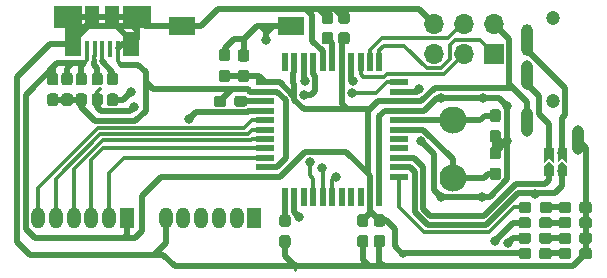
<source format=gbr>
G04 #@! TF.GenerationSoftware,KiCad,Pcbnew,(5.0.2)-1*
G04 #@! TF.CreationDate,2020-06-20T19:19:36+09:00*
G04 #@! TF.ProjectId,controller,636f6e74-726f-46c6-9c65-722e6b696361,rev?*
G04 #@! TF.SameCoordinates,Original*
G04 #@! TF.FileFunction,Copper,L2,Bot*
G04 #@! TF.FilePolarity,Positive*
%FSLAX46Y46*%
G04 Gerber Fmt 4.6, Leading zero omitted, Abs format (unit mm)*
G04 Created by KiCad (PCBNEW (5.0.2)-1) date 2020/06/20 19:19:36*
%MOMM*%
%LPD*%
G01*
G04 APERTURE LIST*
G04 #@! TA.AperFunction,SMDPad,CuDef*
%ADD10R,1.175000X1.900000*%
G04 #@! TD*
G04 #@! TA.AperFunction,SMDPad,CuDef*
%ADD11R,2.375000X1.900000*%
G04 #@! TD*
G04 #@! TA.AperFunction,SMDPad,CuDef*
%ADD12R,1.475000X2.100000*%
G04 #@! TD*
G04 #@! TA.AperFunction,SMDPad,CuDef*
%ADD13R,0.450000X1.380000*%
G04 #@! TD*
G04 #@! TA.AperFunction,ComponentPad*
%ADD14R,1.700000X1.700000*%
G04 #@! TD*
G04 #@! TA.AperFunction,ComponentPad*
%ADD15O,1.700000X1.700000*%
G04 #@! TD*
G04 #@! TA.AperFunction,SMDPad,CuDef*
%ADD16R,0.550000X1.500000*%
G04 #@! TD*
G04 #@! TA.AperFunction,SMDPad,CuDef*
%ADD17R,1.500000X0.550000*%
G04 #@! TD*
G04 #@! TA.AperFunction,ComponentPad*
%ADD18C,2.300000*%
G04 #@! TD*
G04 #@! TA.AperFunction,ComponentPad*
%ADD19O,1.000000X2.500000*%
G04 #@! TD*
G04 #@! TA.AperFunction,ComponentPad*
%ADD20O,1.000000X2.700000*%
G04 #@! TD*
G04 #@! TA.AperFunction,ComponentPad*
%ADD21C,1.200000*%
G04 #@! TD*
G04 #@! TA.AperFunction,Conductor*
%ADD22C,0.100000*%
G04 #@! TD*
G04 #@! TA.AperFunction,SMDPad,CuDef*
%ADD23C,0.950000*%
G04 #@! TD*
G04 #@! TA.AperFunction,SMDPad,CuDef*
%ADD24R,2.180000X1.600000*%
G04 #@! TD*
G04 #@! TA.AperFunction,ComponentPad*
%ADD25O,1.200000X1.800000*%
G04 #@! TD*
G04 #@! TA.AperFunction,ComponentPad*
%ADD26R,1.200000X1.800000*%
G04 #@! TD*
G04 #@! TA.AperFunction,SMDPad,CuDef*
%ADD27C,0.800000*%
G04 #@! TD*
G04 #@! TA.AperFunction,ViaPad*
%ADD28C,0.800000*%
G04 #@! TD*
G04 #@! TA.AperFunction,Conductor*
%ADD29C,0.500000*%
G04 #@! TD*
G04 #@! TA.AperFunction,Conductor*
%ADD30C,0.300000*%
G04 #@! TD*
G04 #@! TA.AperFunction,Conductor*
%ADD31C,0.250000*%
G04 #@! TD*
G04 APERTURE END LIST*
D10*
G04 #@! TO.P,J2,6*
G04 #@! TO.N,GND*
X58777500Y-51400000D03*
X57097500Y-51400000D03*
D11*
X60847500Y-51400000D03*
X55027500Y-51400000D03*
D12*
X60400000Y-53700000D03*
X55475000Y-53700000D03*
D13*
G04 #@! TO.P,J2,5*
X59237500Y-54060000D03*
G04 #@! TO.P,J2,4*
G04 #@! TO.N,Net-(J2-Pad4)*
X58587500Y-54060000D03*
G04 #@! TO.P,J2,3*
G04 #@! TO.N,Net-(J2-Pad3)*
X57937500Y-54060000D03*
G04 #@! TO.P,J2,2*
G04 #@! TO.N,Net-(J2-Pad2)*
X57287500Y-54060000D03*
G04 #@! TO.P,J2,1*
G04 #@! TO.N,+5V*
X56637500Y-54060000D03*
G04 #@! TD*
D14*
G04 #@! TO.P,J1,1*
G04 #@! TO.N,/MISO*
X91100000Y-54500000D03*
D15*
G04 #@! TO.P,J1,2*
G04 #@! TO.N,+5V*
X91100000Y-51960000D03*
G04 #@! TO.P,J1,3*
G04 #@! TO.N,/SCK*
X88560000Y-54500000D03*
G04 #@! TO.P,J1,4*
G04 #@! TO.N,/MOSI*
X88560000Y-51960000D03*
G04 #@! TO.P,J1,5*
G04 #@! TO.N,/RESET*
X86020000Y-54500000D03*
G04 #@! TO.P,J1,6*
G04 #@! TO.N,GND*
X86020000Y-51960000D03*
G04 #@! TD*
D16*
G04 #@! TO.P,U3,1*
G04 #@! TO.N,Net-(U3-Pad1)*
X73400000Y-55200000D03*
G04 #@! TO.P,U3,2*
G04 #@! TO.N,+5V*
X74200000Y-55200000D03*
G04 #@! TO.P,U3,3*
G04 #@! TO.N,/D-*
X75000000Y-55200000D03*
G04 #@! TO.P,U3,4*
G04 #@! TO.N,/D+*
X75800000Y-55200000D03*
G04 #@! TO.P,U3,5*
G04 #@! TO.N,GND*
X76600000Y-55200000D03*
G04 #@! TO.P,U3,6*
G04 #@! TO.N,Net-(C12-Pad1)*
X77400000Y-55200000D03*
G04 #@! TO.P,U3,7*
G04 #@! TO.N,+5V*
X78200000Y-55200000D03*
G04 #@! TO.P,U3,8*
G04 #@! TO.N,/RXLED*
X79000000Y-55200000D03*
G04 #@! TO.P,U3,9*
G04 #@! TO.N,/SCK*
X79800000Y-55200000D03*
G04 #@! TO.P,U3,10*
G04 #@! TO.N,/MOSI*
X80600000Y-55200000D03*
G04 #@! TO.P,U3,11*
G04 #@! TO.N,/MISO*
X81400000Y-55200000D03*
D17*
G04 #@! TO.P,U3,12*
G04 #@! TO.N,/COL_EN*
X83100000Y-56900000D03*
G04 #@! TO.P,U3,13*
G04 #@! TO.N,/RESET*
X83100000Y-57700000D03*
G04 #@! TO.P,U3,14*
G04 #@! TO.N,+5V*
X83100000Y-58500000D03*
G04 #@! TO.P,U3,15*
G04 #@! TO.N,GND*
X83100000Y-59300000D03*
G04 #@! TO.P,U3,16*
G04 #@! TO.N,Net-(C9-Pad1)*
X83100000Y-60100000D03*
G04 #@! TO.P,U3,17*
G04 #@! TO.N,Net-(C8-Pad1)*
X83100000Y-60900000D03*
G04 #@! TO.P,U3,18*
G04 #@! TO.N,Net-(U3-Pad18)*
X83100000Y-61700000D03*
G04 #@! TO.P,U3,19*
G04 #@! TO.N,Net-(U3-Pad19)*
X83100000Y-62500000D03*
G04 #@! TO.P,U3,20*
G04 #@! TO.N,/Rx*
X83100000Y-63300000D03*
G04 #@! TO.P,U3,21*
G04 #@! TO.N,/Tx*
X83100000Y-64100000D03*
G04 #@! TO.P,U3,22*
G04 #@! TO.N,/TXLED*
X83100000Y-64900000D03*
D16*
G04 #@! TO.P,U3,23*
G04 #@! TO.N,GND*
X81400000Y-66600000D03*
G04 #@! TO.P,U3,24*
G04 #@! TO.N,+5V*
X80600000Y-66600000D03*
G04 #@! TO.P,U3,25*
G04 #@! TO.N,Net-(U3-Pad25)*
X79800000Y-66600000D03*
G04 #@! TO.P,U3,26*
G04 #@! TO.N,Net-(U3-Pad26)*
X79000000Y-66600000D03*
G04 #@! TO.P,U3,27*
G04 #@! TO.N,Net-(U3-Pad27)*
X78200000Y-66600000D03*
G04 #@! TO.P,U3,28*
G04 #@! TO.N,/COL_A*
X77400000Y-66600000D03*
G04 #@! TO.P,U3,29*
G04 #@! TO.N,/COL_B*
X76600000Y-66600000D03*
G04 #@! TO.P,U3,30*
G04 #@! TO.N,/COL_C*
X75800000Y-66600000D03*
G04 #@! TO.P,U3,31*
G04 #@! TO.N,Net-(U3-Pad31)*
X75000000Y-66600000D03*
G04 #@! TO.P,U3,32*
G04 #@! TO.N,/CLKLED*
X74200000Y-66600000D03*
G04 #@! TO.P,U3,33*
G04 #@! TO.N,/HWB*
X73400000Y-66600000D03*
D17*
G04 #@! TO.P,U3,34*
G04 #@! TO.N,+5V*
X71700000Y-64900000D03*
G04 #@! TO.P,U3,35*
G04 #@! TO.N,GND*
X71700000Y-64100000D03*
G04 #@! TO.P,U3,36*
G04 #@! TO.N,/MUX_A*
X71700000Y-63300000D03*
G04 #@! TO.P,U3,37*
G04 #@! TO.N,/MUX_B*
X71700000Y-62500000D03*
G04 #@! TO.P,U3,38*
G04 #@! TO.N,/MUX_C*
X71700000Y-61700000D03*
G04 #@! TO.P,U3,39*
G04 #@! TO.N,/MUX_EN*
X71700000Y-60900000D03*
G04 #@! TO.P,U3,40*
G04 #@! TO.N,/DRAIN*
X71700000Y-60100000D03*
G04 #@! TO.P,U3,41*
G04 #@! TO.N,/READ*
X71700000Y-59300000D03*
G04 #@! TO.P,U3,42*
G04 #@! TO.N,Net-(C10-Pad1)*
X71700000Y-58500000D03*
G04 #@! TO.P,U3,43*
G04 #@! TO.N,GND*
X71700000Y-57700000D03*
G04 #@! TO.P,U3,44*
G04 #@! TO.N,+5V*
X71700000Y-56900000D03*
G04 #@! TD*
D18*
G04 #@! TO.P,Y1,1*
G04 #@! TO.N,Net-(C8-Pad1)*
X87600000Y-65000000D03*
G04 #@! TO.P,Y1,2*
G04 #@! TO.N,Net-(C9-Pad1)*
X87600000Y-60100000D03*
G04 #@! TD*
D19*
G04 #@! TO.P,J3,S*
G04 #@! TO.N,GND*
X98200000Y-61800000D03*
G04 #@! TO.P,J3,T*
G04 #@! TO.N,+5V*
X93900000Y-60300000D03*
G04 #@! TO.P,J3,R1*
G04 #@! TO.N,Net-(J3-PadR1)*
X93900000Y-56300000D03*
D20*
G04 #@! TO.P,J3,R2*
G04 #@! TO.N,Net-(J3-PadR2)*
X93900000Y-53300000D03*
D21*
G04 #@! TO.P,J3,*
G04 #@! TO.N,*
X96100000Y-51500000D03*
X96100000Y-58500000D03*
G04 #@! TD*
D22*
G04 #@! TO.N,GND*
G04 #@! TO.C,C8*
G36*
X91460779Y-62376144D02*
X91483834Y-62379563D01*
X91506443Y-62385227D01*
X91528387Y-62393079D01*
X91549457Y-62403044D01*
X91569448Y-62415026D01*
X91588168Y-62428910D01*
X91605438Y-62444562D01*
X91621090Y-62461832D01*
X91634974Y-62480552D01*
X91646956Y-62500543D01*
X91656921Y-62521613D01*
X91664773Y-62543557D01*
X91670437Y-62566166D01*
X91673856Y-62589221D01*
X91675000Y-62612500D01*
X91675000Y-63187500D01*
X91673856Y-63210779D01*
X91670437Y-63233834D01*
X91664773Y-63256443D01*
X91656921Y-63278387D01*
X91646956Y-63299457D01*
X91634974Y-63319448D01*
X91621090Y-63338168D01*
X91605438Y-63355438D01*
X91588168Y-63371090D01*
X91569448Y-63384974D01*
X91549457Y-63396956D01*
X91528387Y-63406921D01*
X91506443Y-63414773D01*
X91483834Y-63420437D01*
X91460779Y-63423856D01*
X91437500Y-63425000D01*
X90962500Y-63425000D01*
X90939221Y-63423856D01*
X90916166Y-63420437D01*
X90893557Y-63414773D01*
X90871613Y-63406921D01*
X90850543Y-63396956D01*
X90830552Y-63384974D01*
X90811832Y-63371090D01*
X90794562Y-63355438D01*
X90778910Y-63338168D01*
X90765026Y-63319448D01*
X90753044Y-63299457D01*
X90743079Y-63278387D01*
X90735227Y-63256443D01*
X90729563Y-63233834D01*
X90726144Y-63210779D01*
X90725000Y-63187500D01*
X90725000Y-62612500D01*
X90726144Y-62589221D01*
X90729563Y-62566166D01*
X90735227Y-62543557D01*
X90743079Y-62521613D01*
X90753044Y-62500543D01*
X90765026Y-62480552D01*
X90778910Y-62461832D01*
X90794562Y-62444562D01*
X90811832Y-62428910D01*
X90830552Y-62415026D01*
X90850543Y-62403044D01*
X90871613Y-62393079D01*
X90893557Y-62385227D01*
X90916166Y-62379563D01*
X90939221Y-62376144D01*
X90962500Y-62375000D01*
X91437500Y-62375000D01*
X91460779Y-62376144D01*
X91460779Y-62376144D01*
G37*
D23*
G04 #@! TD*
G04 #@! TO.P,C8,2*
G04 #@! TO.N,GND*
X91200000Y-62900000D03*
D22*
G04 #@! TO.N,Net-(C8-Pad1)*
G04 #@! TO.C,C8*
G36*
X91460779Y-64126144D02*
X91483834Y-64129563D01*
X91506443Y-64135227D01*
X91528387Y-64143079D01*
X91549457Y-64153044D01*
X91569448Y-64165026D01*
X91588168Y-64178910D01*
X91605438Y-64194562D01*
X91621090Y-64211832D01*
X91634974Y-64230552D01*
X91646956Y-64250543D01*
X91656921Y-64271613D01*
X91664773Y-64293557D01*
X91670437Y-64316166D01*
X91673856Y-64339221D01*
X91675000Y-64362500D01*
X91675000Y-64937500D01*
X91673856Y-64960779D01*
X91670437Y-64983834D01*
X91664773Y-65006443D01*
X91656921Y-65028387D01*
X91646956Y-65049457D01*
X91634974Y-65069448D01*
X91621090Y-65088168D01*
X91605438Y-65105438D01*
X91588168Y-65121090D01*
X91569448Y-65134974D01*
X91549457Y-65146956D01*
X91528387Y-65156921D01*
X91506443Y-65164773D01*
X91483834Y-65170437D01*
X91460779Y-65173856D01*
X91437500Y-65175000D01*
X90962500Y-65175000D01*
X90939221Y-65173856D01*
X90916166Y-65170437D01*
X90893557Y-65164773D01*
X90871613Y-65156921D01*
X90850543Y-65146956D01*
X90830552Y-65134974D01*
X90811832Y-65121090D01*
X90794562Y-65105438D01*
X90778910Y-65088168D01*
X90765026Y-65069448D01*
X90753044Y-65049457D01*
X90743079Y-65028387D01*
X90735227Y-65006443D01*
X90729563Y-64983834D01*
X90726144Y-64960779D01*
X90725000Y-64937500D01*
X90725000Y-64362500D01*
X90726144Y-64339221D01*
X90729563Y-64316166D01*
X90735227Y-64293557D01*
X90743079Y-64271613D01*
X90753044Y-64250543D01*
X90765026Y-64230552D01*
X90778910Y-64211832D01*
X90794562Y-64194562D01*
X90811832Y-64178910D01*
X90830552Y-64165026D01*
X90850543Y-64153044D01*
X90871613Y-64143079D01*
X90893557Y-64135227D01*
X90916166Y-64129563D01*
X90939221Y-64126144D01*
X90962500Y-64125000D01*
X91437500Y-64125000D01*
X91460779Y-64126144D01*
X91460779Y-64126144D01*
G37*
D23*
G04 #@! TD*
G04 #@! TO.P,C8,1*
G04 #@! TO.N,Net-(C8-Pad1)*
X91200000Y-64650000D03*
D22*
G04 #@! TO.N,Net-(C9-Pad1)*
G04 #@! TO.C,C9*
G36*
X91460779Y-59201144D02*
X91483834Y-59204563D01*
X91506443Y-59210227D01*
X91528387Y-59218079D01*
X91549457Y-59228044D01*
X91569448Y-59240026D01*
X91588168Y-59253910D01*
X91605438Y-59269562D01*
X91621090Y-59286832D01*
X91634974Y-59305552D01*
X91646956Y-59325543D01*
X91656921Y-59346613D01*
X91664773Y-59368557D01*
X91670437Y-59391166D01*
X91673856Y-59414221D01*
X91675000Y-59437500D01*
X91675000Y-60012500D01*
X91673856Y-60035779D01*
X91670437Y-60058834D01*
X91664773Y-60081443D01*
X91656921Y-60103387D01*
X91646956Y-60124457D01*
X91634974Y-60144448D01*
X91621090Y-60163168D01*
X91605438Y-60180438D01*
X91588168Y-60196090D01*
X91569448Y-60209974D01*
X91549457Y-60221956D01*
X91528387Y-60231921D01*
X91506443Y-60239773D01*
X91483834Y-60245437D01*
X91460779Y-60248856D01*
X91437500Y-60250000D01*
X90962500Y-60250000D01*
X90939221Y-60248856D01*
X90916166Y-60245437D01*
X90893557Y-60239773D01*
X90871613Y-60231921D01*
X90850543Y-60221956D01*
X90830552Y-60209974D01*
X90811832Y-60196090D01*
X90794562Y-60180438D01*
X90778910Y-60163168D01*
X90765026Y-60144448D01*
X90753044Y-60124457D01*
X90743079Y-60103387D01*
X90735227Y-60081443D01*
X90729563Y-60058834D01*
X90726144Y-60035779D01*
X90725000Y-60012500D01*
X90725000Y-59437500D01*
X90726144Y-59414221D01*
X90729563Y-59391166D01*
X90735227Y-59368557D01*
X90743079Y-59346613D01*
X90753044Y-59325543D01*
X90765026Y-59305552D01*
X90778910Y-59286832D01*
X90794562Y-59269562D01*
X90811832Y-59253910D01*
X90830552Y-59240026D01*
X90850543Y-59228044D01*
X90871613Y-59218079D01*
X90893557Y-59210227D01*
X90916166Y-59204563D01*
X90939221Y-59201144D01*
X90962500Y-59200000D01*
X91437500Y-59200000D01*
X91460779Y-59201144D01*
X91460779Y-59201144D01*
G37*
D23*
G04 #@! TD*
G04 #@! TO.P,C9,1*
G04 #@! TO.N,Net-(C9-Pad1)*
X91200000Y-59725000D03*
D22*
G04 #@! TO.N,GND*
G04 #@! TO.C,C9*
G36*
X91460779Y-60951144D02*
X91483834Y-60954563D01*
X91506443Y-60960227D01*
X91528387Y-60968079D01*
X91549457Y-60978044D01*
X91569448Y-60990026D01*
X91588168Y-61003910D01*
X91605438Y-61019562D01*
X91621090Y-61036832D01*
X91634974Y-61055552D01*
X91646956Y-61075543D01*
X91656921Y-61096613D01*
X91664773Y-61118557D01*
X91670437Y-61141166D01*
X91673856Y-61164221D01*
X91675000Y-61187500D01*
X91675000Y-61762500D01*
X91673856Y-61785779D01*
X91670437Y-61808834D01*
X91664773Y-61831443D01*
X91656921Y-61853387D01*
X91646956Y-61874457D01*
X91634974Y-61894448D01*
X91621090Y-61913168D01*
X91605438Y-61930438D01*
X91588168Y-61946090D01*
X91569448Y-61959974D01*
X91549457Y-61971956D01*
X91528387Y-61981921D01*
X91506443Y-61989773D01*
X91483834Y-61995437D01*
X91460779Y-61998856D01*
X91437500Y-62000000D01*
X90962500Y-62000000D01*
X90939221Y-61998856D01*
X90916166Y-61995437D01*
X90893557Y-61989773D01*
X90871613Y-61981921D01*
X90850543Y-61971956D01*
X90830552Y-61959974D01*
X90811832Y-61946090D01*
X90794562Y-61930438D01*
X90778910Y-61913168D01*
X90765026Y-61894448D01*
X90753044Y-61874457D01*
X90743079Y-61853387D01*
X90735227Y-61831443D01*
X90729563Y-61808834D01*
X90726144Y-61785779D01*
X90725000Y-61762500D01*
X90725000Y-61187500D01*
X90726144Y-61164221D01*
X90729563Y-61141166D01*
X90735227Y-61118557D01*
X90743079Y-61096613D01*
X90753044Y-61075543D01*
X90765026Y-61055552D01*
X90778910Y-61036832D01*
X90794562Y-61019562D01*
X90811832Y-61003910D01*
X90830552Y-60990026D01*
X90850543Y-60978044D01*
X90871613Y-60968079D01*
X90893557Y-60960227D01*
X90916166Y-60954563D01*
X90939221Y-60951144D01*
X90962500Y-60950000D01*
X91437500Y-60950000D01*
X91460779Y-60951144D01*
X91460779Y-60951144D01*
G37*
D23*
G04 #@! TD*
G04 #@! TO.P,C9,2*
G04 #@! TO.N,GND*
X91200000Y-61475000D03*
D22*
G04 #@! TO.N,Net-(C10-Pad1)*
G04 #@! TO.C,C10*
G36*
X69960779Y-58026144D02*
X69983834Y-58029563D01*
X70006443Y-58035227D01*
X70028387Y-58043079D01*
X70049457Y-58053044D01*
X70069448Y-58065026D01*
X70088168Y-58078910D01*
X70105438Y-58094562D01*
X70121090Y-58111832D01*
X70134974Y-58130552D01*
X70146956Y-58150543D01*
X70156921Y-58171613D01*
X70164773Y-58193557D01*
X70170437Y-58216166D01*
X70173856Y-58239221D01*
X70175000Y-58262500D01*
X70175000Y-58737500D01*
X70173856Y-58760779D01*
X70170437Y-58783834D01*
X70164773Y-58806443D01*
X70156921Y-58828387D01*
X70146956Y-58849457D01*
X70134974Y-58869448D01*
X70121090Y-58888168D01*
X70105438Y-58905438D01*
X70088168Y-58921090D01*
X70069448Y-58934974D01*
X70049457Y-58946956D01*
X70028387Y-58956921D01*
X70006443Y-58964773D01*
X69983834Y-58970437D01*
X69960779Y-58973856D01*
X69937500Y-58975000D01*
X69362500Y-58975000D01*
X69339221Y-58973856D01*
X69316166Y-58970437D01*
X69293557Y-58964773D01*
X69271613Y-58956921D01*
X69250543Y-58946956D01*
X69230552Y-58934974D01*
X69211832Y-58921090D01*
X69194562Y-58905438D01*
X69178910Y-58888168D01*
X69165026Y-58869448D01*
X69153044Y-58849457D01*
X69143079Y-58828387D01*
X69135227Y-58806443D01*
X69129563Y-58783834D01*
X69126144Y-58760779D01*
X69125000Y-58737500D01*
X69125000Y-58262500D01*
X69126144Y-58239221D01*
X69129563Y-58216166D01*
X69135227Y-58193557D01*
X69143079Y-58171613D01*
X69153044Y-58150543D01*
X69165026Y-58130552D01*
X69178910Y-58111832D01*
X69194562Y-58094562D01*
X69211832Y-58078910D01*
X69230552Y-58065026D01*
X69250543Y-58053044D01*
X69271613Y-58043079D01*
X69293557Y-58035227D01*
X69316166Y-58029563D01*
X69339221Y-58026144D01*
X69362500Y-58025000D01*
X69937500Y-58025000D01*
X69960779Y-58026144D01*
X69960779Y-58026144D01*
G37*
D23*
G04 #@! TD*
G04 #@! TO.P,C10,1*
G04 #@! TO.N,Net-(C10-Pad1)*
X69650000Y-58500000D03*
D22*
G04 #@! TO.N,GND*
G04 #@! TO.C,C10*
G36*
X68210779Y-58026144D02*
X68233834Y-58029563D01*
X68256443Y-58035227D01*
X68278387Y-58043079D01*
X68299457Y-58053044D01*
X68319448Y-58065026D01*
X68338168Y-58078910D01*
X68355438Y-58094562D01*
X68371090Y-58111832D01*
X68384974Y-58130552D01*
X68396956Y-58150543D01*
X68406921Y-58171613D01*
X68414773Y-58193557D01*
X68420437Y-58216166D01*
X68423856Y-58239221D01*
X68425000Y-58262500D01*
X68425000Y-58737500D01*
X68423856Y-58760779D01*
X68420437Y-58783834D01*
X68414773Y-58806443D01*
X68406921Y-58828387D01*
X68396956Y-58849457D01*
X68384974Y-58869448D01*
X68371090Y-58888168D01*
X68355438Y-58905438D01*
X68338168Y-58921090D01*
X68319448Y-58934974D01*
X68299457Y-58946956D01*
X68278387Y-58956921D01*
X68256443Y-58964773D01*
X68233834Y-58970437D01*
X68210779Y-58973856D01*
X68187500Y-58975000D01*
X67612500Y-58975000D01*
X67589221Y-58973856D01*
X67566166Y-58970437D01*
X67543557Y-58964773D01*
X67521613Y-58956921D01*
X67500543Y-58946956D01*
X67480552Y-58934974D01*
X67461832Y-58921090D01*
X67444562Y-58905438D01*
X67428910Y-58888168D01*
X67415026Y-58869448D01*
X67403044Y-58849457D01*
X67393079Y-58828387D01*
X67385227Y-58806443D01*
X67379563Y-58783834D01*
X67376144Y-58760779D01*
X67375000Y-58737500D01*
X67375000Y-58262500D01*
X67376144Y-58239221D01*
X67379563Y-58216166D01*
X67385227Y-58193557D01*
X67393079Y-58171613D01*
X67403044Y-58150543D01*
X67415026Y-58130552D01*
X67428910Y-58111832D01*
X67444562Y-58094562D01*
X67461832Y-58078910D01*
X67480552Y-58065026D01*
X67500543Y-58053044D01*
X67521613Y-58043079D01*
X67543557Y-58035227D01*
X67566166Y-58029563D01*
X67589221Y-58026144D01*
X67612500Y-58025000D01*
X68187500Y-58025000D01*
X68210779Y-58026144D01*
X68210779Y-58026144D01*
G37*
D23*
G04 #@! TD*
G04 #@! TO.P,C10,2*
G04 #@! TO.N,GND*
X67900000Y-58500000D03*
D22*
G04 #@! TO.N,GND*
G04 #@! TO.C,C11*
G36*
X78660779Y-50901144D02*
X78683834Y-50904563D01*
X78706443Y-50910227D01*
X78728387Y-50918079D01*
X78749457Y-50928044D01*
X78769448Y-50940026D01*
X78788168Y-50953910D01*
X78805438Y-50969562D01*
X78821090Y-50986832D01*
X78834974Y-51005552D01*
X78846956Y-51025543D01*
X78856921Y-51046613D01*
X78864773Y-51068557D01*
X78870437Y-51091166D01*
X78873856Y-51114221D01*
X78875000Y-51137500D01*
X78875000Y-51712500D01*
X78873856Y-51735779D01*
X78870437Y-51758834D01*
X78864773Y-51781443D01*
X78856921Y-51803387D01*
X78846956Y-51824457D01*
X78834974Y-51844448D01*
X78821090Y-51863168D01*
X78805438Y-51880438D01*
X78788168Y-51896090D01*
X78769448Y-51909974D01*
X78749457Y-51921956D01*
X78728387Y-51931921D01*
X78706443Y-51939773D01*
X78683834Y-51945437D01*
X78660779Y-51948856D01*
X78637500Y-51950000D01*
X78162500Y-51950000D01*
X78139221Y-51948856D01*
X78116166Y-51945437D01*
X78093557Y-51939773D01*
X78071613Y-51931921D01*
X78050543Y-51921956D01*
X78030552Y-51909974D01*
X78011832Y-51896090D01*
X77994562Y-51880438D01*
X77978910Y-51863168D01*
X77965026Y-51844448D01*
X77953044Y-51824457D01*
X77943079Y-51803387D01*
X77935227Y-51781443D01*
X77929563Y-51758834D01*
X77926144Y-51735779D01*
X77925000Y-51712500D01*
X77925000Y-51137500D01*
X77926144Y-51114221D01*
X77929563Y-51091166D01*
X77935227Y-51068557D01*
X77943079Y-51046613D01*
X77953044Y-51025543D01*
X77965026Y-51005552D01*
X77978910Y-50986832D01*
X77994562Y-50969562D01*
X78011832Y-50953910D01*
X78030552Y-50940026D01*
X78050543Y-50928044D01*
X78071613Y-50918079D01*
X78093557Y-50910227D01*
X78116166Y-50904563D01*
X78139221Y-50901144D01*
X78162500Y-50900000D01*
X78637500Y-50900000D01*
X78660779Y-50901144D01*
X78660779Y-50901144D01*
G37*
D23*
G04 #@! TD*
G04 #@! TO.P,C11,2*
G04 #@! TO.N,GND*
X78400000Y-51425000D03*
D22*
G04 #@! TO.N,+5V*
G04 #@! TO.C,C11*
G36*
X78660779Y-52651144D02*
X78683834Y-52654563D01*
X78706443Y-52660227D01*
X78728387Y-52668079D01*
X78749457Y-52678044D01*
X78769448Y-52690026D01*
X78788168Y-52703910D01*
X78805438Y-52719562D01*
X78821090Y-52736832D01*
X78834974Y-52755552D01*
X78846956Y-52775543D01*
X78856921Y-52796613D01*
X78864773Y-52818557D01*
X78870437Y-52841166D01*
X78873856Y-52864221D01*
X78875000Y-52887500D01*
X78875000Y-53462500D01*
X78873856Y-53485779D01*
X78870437Y-53508834D01*
X78864773Y-53531443D01*
X78856921Y-53553387D01*
X78846956Y-53574457D01*
X78834974Y-53594448D01*
X78821090Y-53613168D01*
X78805438Y-53630438D01*
X78788168Y-53646090D01*
X78769448Y-53659974D01*
X78749457Y-53671956D01*
X78728387Y-53681921D01*
X78706443Y-53689773D01*
X78683834Y-53695437D01*
X78660779Y-53698856D01*
X78637500Y-53700000D01*
X78162500Y-53700000D01*
X78139221Y-53698856D01*
X78116166Y-53695437D01*
X78093557Y-53689773D01*
X78071613Y-53681921D01*
X78050543Y-53671956D01*
X78030552Y-53659974D01*
X78011832Y-53646090D01*
X77994562Y-53630438D01*
X77978910Y-53613168D01*
X77965026Y-53594448D01*
X77953044Y-53574457D01*
X77943079Y-53553387D01*
X77935227Y-53531443D01*
X77929563Y-53508834D01*
X77926144Y-53485779D01*
X77925000Y-53462500D01*
X77925000Y-52887500D01*
X77926144Y-52864221D01*
X77929563Y-52841166D01*
X77935227Y-52818557D01*
X77943079Y-52796613D01*
X77953044Y-52775543D01*
X77965026Y-52755552D01*
X77978910Y-52736832D01*
X77994562Y-52719562D01*
X78011832Y-52703910D01*
X78030552Y-52690026D01*
X78050543Y-52678044D01*
X78071613Y-52668079D01*
X78093557Y-52660227D01*
X78116166Y-52654563D01*
X78139221Y-52651144D01*
X78162500Y-52650000D01*
X78637500Y-52650000D01*
X78660779Y-52651144D01*
X78660779Y-52651144D01*
G37*
D23*
G04 #@! TD*
G04 #@! TO.P,C11,1*
G04 #@! TO.N,+5V*
X78400000Y-53175000D03*
D22*
G04 #@! TO.N,GND*
G04 #@! TO.C,C12*
G36*
X77260779Y-50901144D02*
X77283834Y-50904563D01*
X77306443Y-50910227D01*
X77328387Y-50918079D01*
X77349457Y-50928044D01*
X77369448Y-50940026D01*
X77388168Y-50953910D01*
X77405438Y-50969562D01*
X77421090Y-50986832D01*
X77434974Y-51005552D01*
X77446956Y-51025543D01*
X77456921Y-51046613D01*
X77464773Y-51068557D01*
X77470437Y-51091166D01*
X77473856Y-51114221D01*
X77475000Y-51137500D01*
X77475000Y-51712500D01*
X77473856Y-51735779D01*
X77470437Y-51758834D01*
X77464773Y-51781443D01*
X77456921Y-51803387D01*
X77446956Y-51824457D01*
X77434974Y-51844448D01*
X77421090Y-51863168D01*
X77405438Y-51880438D01*
X77388168Y-51896090D01*
X77369448Y-51909974D01*
X77349457Y-51921956D01*
X77328387Y-51931921D01*
X77306443Y-51939773D01*
X77283834Y-51945437D01*
X77260779Y-51948856D01*
X77237500Y-51950000D01*
X76762500Y-51950000D01*
X76739221Y-51948856D01*
X76716166Y-51945437D01*
X76693557Y-51939773D01*
X76671613Y-51931921D01*
X76650543Y-51921956D01*
X76630552Y-51909974D01*
X76611832Y-51896090D01*
X76594562Y-51880438D01*
X76578910Y-51863168D01*
X76565026Y-51844448D01*
X76553044Y-51824457D01*
X76543079Y-51803387D01*
X76535227Y-51781443D01*
X76529563Y-51758834D01*
X76526144Y-51735779D01*
X76525000Y-51712500D01*
X76525000Y-51137500D01*
X76526144Y-51114221D01*
X76529563Y-51091166D01*
X76535227Y-51068557D01*
X76543079Y-51046613D01*
X76553044Y-51025543D01*
X76565026Y-51005552D01*
X76578910Y-50986832D01*
X76594562Y-50969562D01*
X76611832Y-50953910D01*
X76630552Y-50940026D01*
X76650543Y-50928044D01*
X76671613Y-50918079D01*
X76693557Y-50910227D01*
X76716166Y-50904563D01*
X76739221Y-50901144D01*
X76762500Y-50900000D01*
X77237500Y-50900000D01*
X77260779Y-50901144D01*
X77260779Y-50901144D01*
G37*
D23*
G04 #@! TD*
G04 #@! TO.P,C12,2*
G04 #@! TO.N,GND*
X77000000Y-51425000D03*
D22*
G04 #@! TO.N,Net-(C12-Pad1)*
G04 #@! TO.C,C12*
G36*
X77260779Y-52651144D02*
X77283834Y-52654563D01*
X77306443Y-52660227D01*
X77328387Y-52668079D01*
X77349457Y-52678044D01*
X77369448Y-52690026D01*
X77388168Y-52703910D01*
X77405438Y-52719562D01*
X77421090Y-52736832D01*
X77434974Y-52755552D01*
X77446956Y-52775543D01*
X77456921Y-52796613D01*
X77464773Y-52818557D01*
X77470437Y-52841166D01*
X77473856Y-52864221D01*
X77475000Y-52887500D01*
X77475000Y-53462500D01*
X77473856Y-53485779D01*
X77470437Y-53508834D01*
X77464773Y-53531443D01*
X77456921Y-53553387D01*
X77446956Y-53574457D01*
X77434974Y-53594448D01*
X77421090Y-53613168D01*
X77405438Y-53630438D01*
X77388168Y-53646090D01*
X77369448Y-53659974D01*
X77349457Y-53671956D01*
X77328387Y-53681921D01*
X77306443Y-53689773D01*
X77283834Y-53695437D01*
X77260779Y-53698856D01*
X77237500Y-53700000D01*
X76762500Y-53700000D01*
X76739221Y-53698856D01*
X76716166Y-53695437D01*
X76693557Y-53689773D01*
X76671613Y-53681921D01*
X76650543Y-53671956D01*
X76630552Y-53659974D01*
X76611832Y-53646090D01*
X76594562Y-53630438D01*
X76578910Y-53613168D01*
X76565026Y-53594448D01*
X76553044Y-53574457D01*
X76543079Y-53553387D01*
X76535227Y-53531443D01*
X76529563Y-53508834D01*
X76526144Y-53485779D01*
X76525000Y-53462500D01*
X76525000Y-52887500D01*
X76526144Y-52864221D01*
X76529563Y-52841166D01*
X76535227Y-52818557D01*
X76543079Y-52796613D01*
X76553044Y-52775543D01*
X76565026Y-52755552D01*
X76578910Y-52736832D01*
X76594562Y-52719562D01*
X76611832Y-52703910D01*
X76630552Y-52690026D01*
X76650543Y-52678044D01*
X76671613Y-52668079D01*
X76693557Y-52660227D01*
X76716166Y-52654563D01*
X76739221Y-52651144D01*
X76762500Y-52650000D01*
X77237500Y-52650000D01*
X77260779Y-52651144D01*
X77260779Y-52651144D01*
G37*
D23*
G04 #@! TD*
G04 #@! TO.P,C12,1*
G04 #@! TO.N,Net-(C12-Pad1)*
X77000000Y-53175000D03*
D22*
G04 #@! TO.N,+5V*
G04 #@! TO.C,C13*
G36*
X81660779Y-68076144D02*
X81683834Y-68079563D01*
X81706443Y-68085227D01*
X81728387Y-68093079D01*
X81749457Y-68103044D01*
X81769448Y-68115026D01*
X81788168Y-68128910D01*
X81805438Y-68144562D01*
X81821090Y-68161832D01*
X81834974Y-68180552D01*
X81846956Y-68200543D01*
X81856921Y-68221613D01*
X81864773Y-68243557D01*
X81870437Y-68266166D01*
X81873856Y-68289221D01*
X81875000Y-68312500D01*
X81875000Y-68887500D01*
X81873856Y-68910779D01*
X81870437Y-68933834D01*
X81864773Y-68956443D01*
X81856921Y-68978387D01*
X81846956Y-68999457D01*
X81834974Y-69019448D01*
X81821090Y-69038168D01*
X81805438Y-69055438D01*
X81788168Y-69071090D01*
X81769448Y-69084974D01*
X81749457Y-69096956D01*
X81728387Y-69106921D01*
X81706443Y-69114773D01*
X81683834Y-69120437D01*
X81660779Y-69123856D01*
X81637500Y-69125000D01*
X81162500Y-69125000D01*
X81139221Y-69123856D01*
X81116166Y-69120437D01*
X81093557Y-69114773D01*
X81071613Y-69106921D01*
X81050543Y-69096956D01*
X81030552Y-69084974D01*
X81011832Y-69071090D01*
X80994562Y-69055438D01*
X80978910Y-69038168D01*
X80965026Y-69019448D01*
X80953044Y-68999457D01*
X80943079Y-68978387D01*
X80935227Y-68956443D01*
X80929563Y-68933834D01*
X80926144Y-68910779D01*
X80925000Y-68887500D01*
X80925000Y-68312500D01*
X80926144Y-68289221D01*
X80929563Y-68266166D01*
X80935227Y-68243557D01*
X80943079Y-68221613D01*
X80953044Y-68200543D01*
X80965026Y-68180552D01*
X80978910Y-68161832D01*
X80994562Y-68144562D01*
X81011832Y-68128910D01*
X81030552Y-68115026D01*
X81050543Y-68103044D01*
X81071613Y-68093079D01*
X81093557Y-68085227D01*
X81116166Y-68079563D01*
X81139221Y-68076144D01*
X81162500Y-68075000D01*
X81637500Y-68075000D01*
X81660779Y-68076144D01*
X81660779Y-68076144D01*
G37*
D23*
G04 #@! TD*
G04 #@! TO.P,C13,2*
G04 #@! TO.N,+5V*
X81400000Y-68600000D03*
D22*
G04 #@! TO.N,GND*
G04 #@! TO.C,C13*
G36*
X81660779Y-69826144D02*
X81683834Y-69829563D01*
X81706443Y-69835227D01*
X81728387Y-69843079D01*
X81749457Y-69853044D01*
X81769448Y-69865026D01*
X81788168Y-69878910D01*
X81805438Y-69894562D01*
X81821090Y-69911832D01*
X81834974Y-69930552D01*
X81846956Y-69950543D01*
X81856921Y-69971613D01*
X81864773Y-69993557D01*
X81870437Y-70016166D01*
X81873856Y-70039221D01*
X81875000Y-70062500D01*
X81875000Y-70637500D01*
X81873856Y-70660779D01*
X81870437Y-70683834D01*
X81864773Y-70706443D01*
X81856921Y-70728387D01*
X81846956Y-70749457D01*
X81834974Y-70769448D01*
X81821090Y-70788168D01*
X81805438Y-70805438D01*
X81788168Y-70821090D01*
X81769448Y-70834974D01*
X81749457Y-70846956D01*
X81728387Y-70856921D01*
X81706443Y-70864773D01*
X81683834Y-70870437D01*
X81660779Y-70873856D01*
X81637500Y-70875000D01*
X81162500Y-70875000D01*
X81139221Y-70873856D01*
X81116166Y-70870437D01*
X81093557Y-70864773D01*
X81071613Y-70856921D01*
X81050543Y-70846956D01*
X81030552Y-70834974D01*
X81011832Y-70821090D01*
X80994562Y-70805438D01*
X80978910Y-70788168D01*
X80965026Y-70769448D01*
X80953044Y-70749457D01*
X80943079Y-70728387D01*
X80935227Y-70706443D01*
X80929563Y-70683834D01*
X80926144Y-70660779D01*
X80925000Y-70637500D01*
X80925000Y-70062500D01*
X80926144Y-70039221D01*
X80929563Y-70016166D01*
X80935227Y-69993557D01*
X80943079Y-69971613D01*
X80953044Y-69950543D01*
X80965026Y-69930552D01*
X80978910Y-69911832D01*
X80994562Y-69894562D01*
X81011832Y-69878910D01*
X81030552Y-69865026D01*
X81050543Y-69853044D01*
X81071613Y-69843079D01*
X81093557Y-69835227D01*
X81116166Y-69829563D01*
X81139221Y-69826144D01*
X81162500Y-69825000D01*
X81637500Y-69825000D01*
X81660779Y-69826144D01*
X81660779Y-69826144D01*
G37*
D23*
G04 #@! TD*
G04 #@! TO.P,C13,1*
G04 #@! TO.N,GND*
X81400000Y-70350000D03*
D22*
G04 #@! TO.N,GND*
G04 #@! TO.C,C14*
G36*
X80260779Y-69826144D02*
X80283834Y-69829563D01*
X80306443Y-69835227D01*
X80328387Y-69843079D01*
X80349457Y-69853044D01*
X80369448Y-69865026D01*
X80388168Y-69878910D01*
X80405438Y-69894562D01*
X80421090Y-69911832D01*
X80434974Y-69930552D01*
X80446956Y-69950543D01*
X80456921Y-69971613D01*
X80464773Y-69993557D01*
X80470437Y-70016166D01*
X80473856Y-70039221D01*
X80475000Y-70062500D01*
X80475000Y-70637500D01*
X80473856Y-70660779D01*
X80470437Y-70683834D01*
X80464773Y-70706443D01*
X80456921Y-70728387D01*
X80446956Y-70749457D01*
X80434974Y-70769448D01*
X80421090Y-70788168D01*
X80405438Y-70805438D01*
X80388168Y-70821090D01*
X80369448Y-70834974D01*
X80349457Y-70846956D01*
X80328387Y-70856921D01*
X80306443Y-70864773D01*
X80283834Y-70870437D01*
X80260779Y-70873856D01*
X80237500Y-70875000D01*
X79762500Y-70875000D01*
X79739221Y-70873856D01*
X79716166Y-70870437D01*
X79693557Y-70864773D01*
X79671613Y-70856921D01*
X79650543Y-70846956D01*
X79630552Y-70834974D01*
X79611832Y-70821090D01*
X79594562Y-70805438D01*
X79578910Y-70788168D01*
X79565026Y-70769448D01*
X79553044Y-70749457D01*
X79543079Y-70728387D01*
X79535227Y-70706443D01*
X79529563Y-70683834D01*
X79526144Y-70660779D01*
X79525000Y-70637500D01*
X79525000Y-70062500D01*
X79526144Y-70039221D01*
X79529563Y-70016166D01*
X79535227Y-69993557D01*
X79543079Y-69971613D01*
X79553044Y-69950543D01*
X79565026Y-69930552D01*
X79578910Y-69911832D01*
X79594562Y-69894562D01*
X79611832Y-69878910D01*
X79630552Y-69865026D01*
X79650543Y-69853044D01*
X79671613Y-69843079D01*
X79693557Y-69835227D01*
X79716166Y-69829563D01*
X79739221Y-69826144D01*
X79762500Y-69825000D01*
X80237500Y-69825000D01*
X80260779Y-69826144D01*
X80260779Y-69826144D01*
G37*
D23*
G04 #@! TD*
G04 #@! TO.P,C14,1*
G04 #@! TO.N,GND*
X80000000Y-70350000D03*
D22*
G04 #@! TO.N,+5V*
G04 #@! TO.C,C14*
G36*
X80260779Y-68076144D02*
X80283834Y-68079563D01*
X80306443Y-68085227D01*
X80328387Y-68093079D01*
X80349457Y-68103044D01*
X80369448Y-68115026D01*
X80388168Y-68128910D01*
X80405438Y-68144562D01*
X80421090Y-68161832D01*
X80434974Y-68180552D01*
X80446956Y-68200543D01*
X80456921Y-68221613D01*
X80464773Y-68243557D01*
X80470437Y-68266166D01*
X80473856Y-68289221D01*
X80475000Y-68312500D01*
X80475000Y-68887500D01*
X80473856Y-68910779D01*
X80470437Y-68933834D01*
X80464773Y-68956443D01*
X80456921Y-68978387D01*
X80446956Y-68999457D01*
X80434974Y-69019448D01*
X80421090Y-69038168D01*
X80405438Y-69055438D01*
X80388168Y-69071090D01*
X80369448Y-69084974D01*
X80349457Y-69096956D01*
X80328387Y-69106921D01*
X80306443Y-69114773D01*
X80283834Y-69120437D01*
X80260779Y-69123856D01*
X80237500Y-69125000D01*
X79762500Y-69125000D01*
X79739221Y-69123856D01*
X79716166Y-69120437D01*
X79693557Y-69114773D01*
X79671613Y-69106921D01*
X79650543Y-69096956D01*
X79630552Y-69084974D01*
X79611832Y-69071090D01*
X79594562Y-69055438D01*
X79578910Y-69038168D01*
X79565026Y-69019448D01*
X79553044Y-68999457D01*
X79543079Y-68978387D01*
X79535227Y-68956443D01*
X79529563Y-68933834D01*
X79526144Y-68910779D01*
X79525000Y-68887500D01*
X79525000Y-68312500D01*
X79526144Y-68289221D01*
X79529563Y-68266166D01*
X79535227Y-68243557D01*
X79543079Y-68221613D01*
X79553044Y-68200543D01*
X79565026Y-68180552D01*
X79578910Y-68161832D01*
X79594562Y-68144562D01*
X79611832Y-68128910D01*
X79630552Y-68115026D01*
X79650543Y-68103044D01*
X79671613Y-68093079D01*
X79693557Y-68085227D01*
X79716166Y-68079563D01*
X79739221Y-68076144D01*
X79762500Y-68075000D01*
X80237500Y-68075000D01*
X80260779Y-68076144D01*
X80260779Y-68076144D01*
G37*
D23*
G04 #@! TD*
G04 #@! TO.P,C14,2*
G04 #@! TO.N,+5V*
X80000000Y-68600000D03*
D22*
G04 #@! TO.N,GND*
G04 #@! TO.C,C15*
G36*
X55210779Y-57851144D02*
X55233834Y-57854563D01*
X55256443Y-57860227D01*
X55278387Y-57868079D01*
X55299457Y-57878044D01*
X55319448Y-57890026D01*
X55338168Y-57903910D01*
X55355438Y-57919562D01*
X55371090Y-57936832D01*
X55384974Y-57955552D01*
X55396956Y-57975543D01*
X55406921Y-57996613D01*
X55414773Y-58018557D01*
X55420437Y-58041166D01*
X55423856Y-58064221D01*
X55425000Y-58087500D01*
X55425000Y-58662500D01*
X55423856Y-58685779D01*
X55420437Y-58708834D01*
X55414773Y-58731443D01*
X55406921Y-58753387D01*
X55396956Y-58774457D01*
X55384974Y-58794448D01*
X55371090Y-58813168D01*
X55355438Y-58830438D01*
X55338168Y-58846090D01*
X55319448Y-58859974D01*
X55299457Y-58871956D01*
X55278387Y-58881921D01*
X55256443Y-58889773D01*
X55233834Y-58895437D01*
X55210779Y-58898856D01*
X55187500Y-58900000D01*
X54712500Y-58900000D01*
X54689221Y-58898856D01*
X54666166Y-58895437D01*
X54643557Y-58889773D01*
X54621613Y-58881921D01*
X54600543Y-58871956D01*
X54580552Y-58859974D01*
X54561832Y-58846090D01*
X54544562Y-58830438D01*
X54528910Y-58813168D01*
X54515026Y-58794448D01*
X54503044Y-58774457D01*
X54493079Y-58753387D01*
X54485227Y-58731443D01*
X54479563Y-58708834D01*
X54476144Y-58685779D01*
X54475000Y-58662500D01*
X54475000Y-58087500D01*
X54476144Y-58064221D01*
X54479563Y-58041166D01*
X54485227Y-58018557D01*
X54493079Y-57996613D01*
X54503044Y-57975543D01*
X54515026Y-57955552D01*
X54528910Y-57936832D01*
X54544562Y-57919562D01*
X54561832Y-57903910D01*
X54580552Y-57890026D01*
X54600543Y-57878044D01*
X54621613Y-57868079D01*
X54643557Y-57860227D01*
X54666166Y-57854563D01*
X54689221Y-57851144D01*
X54712500Y-57850000D01*
X55187500Y-57850000D01*
X55210779Y-57851144D01*
X55210779Y-57851144D01*
G37*
D23*
G04 #@! TD*
G04 #@! TO.P,C15,2*
G04 #@! TO.N,GND*
X54950000Y-58375000D03*
D22*
G04 #@! TO.N,+5V*
G04 #@! TO.C,C15*
G36*
X55210779Y-56101144D02*
X55233834Y-56104563D01*
X55256443Y-56110227D01*
X55278387Y-56118079D01*
X55299457Y-56128044D01*
X55319448Y-56140026D01*
X55338168Y-56153910D01*
X55355438Y-56169562D01*
X55371090Y-56186832D01*
X55384974Y-56205552D01*
X55396956Y-56225543D01*
X55406921Y-56246613D01*
X55414773Y-56268557D01*
X55420437Y-56291166D01*
X55423856Y-56314221D01*
X55425000Y-56337500D01*
X55425000Y-56912500D01*
X55423856Y-56935779D01*
X55420437Y-56958834D01*
X55414773Y-56981443D01*
X55406921Y-57003387D01*
X55396956Y-57024457D01*
X55384974Y-57044448D01*
X55371090Y-57063168D01*
X55355438Y-57080438D01*
X55338168Y-57096090D01*
X55319448Y-57109974D01*
X55299457Y-57121956D01*
X55278387Y-57131921D01*
X55256443Y-57139773D01*
X55233834Y-57145437D01*
X55210779Y-57148856D01*
X55187500Y-57150000D01*
X54712500Y-57150000D01*
X54689221Y-57148856D01*
X54666166Y-57145437D01*
X54643557Y-57139773D01*
X54621613Y-57131921D01*
X54600543Y-57121956D01*
X54580552Y-57109974D01*
X54561832Y-57096090D01*
X54544562Y-57080438D01*
X54528910Y-57063168D01*
X54515026Y-57044448D01*
X54503044Y-57024457D01*
X54493079Y-57003387D01*
X54485227Y-56981443D01*
X54479563Y-56958834D01*
X54476144Y-56935779D01*
X54475000Y-56912500D01*
X54475000Y-56337500D01*
X54476144Y-56314221D01*
X54479563Y-56291166D01*
X54485227Y-56268557D01*
X54493079Y-56246613D01*
X54503044Y-56225543D01*
X54515026Y-56205552D01*
X54528910Y-56186832D01*
X54544562Y-56169562D01*
X54561832Y-56153910D01*
X54580552Y-56140026D01*
X54600543Y-56128044D01*
X54621613Y-56118079D01*
X54643557Y-56110227D01*
X54666166Y-56104563D01*
X54689221Y-56101144D01*
X54712500Y-56100000D01*
X55187500Y-56100000D01*
X55210779Y-56101144D01*
X55210779Y-56101144D01*
G37*
D23*
G04 #@! TD*
G04 #@! TO.P,C15,1*
G04 #@! TO.N,+5V*
X54950000Y-56625000D03*
D22*
G04 #@! TO.N,+5V*
G04 #@! TO.C,C16*
G36*
X54010779Y-56101144D02*
X54033834Y-56104563D01*
X54056443Y-56110227D01*
X54078387Y-56118079D01*
X54099457Y-56128044D01*
X54119448Y-56140026D01*
X54138168Y-56153910D01*
X54155438Y-56169562D01*
X54171090Y-56186832D01*
X54184974Y-56205552D01*
X54196956Y-56225543D01*
X54206921Y-56246613D01*
X54214773Y-56268557D01*
X54220437Y-56291166D01*
X54223856Y-56314221D01*
X54225000Y-56337500D01*
X54225000Y-56912500D01*
X54223856Y-56935779D01*
X54220437Y-56958834D01*
X54214773Y-56981443D01*
X54206921Y-57003387D01*
X54196956Y-57024457D01*
X54184974Y-57044448D01*
X54171090Y-57063168D01*
X54155438Y-57080438D01*
X54138168Y-57096090D01*
X54119448Y-57109974D01*
X54099457Y-57121956D01*
X54078387Y-57131921D01*
X54056443Y-57139773D01*
X54033834Y-57145437D01*
X54010779Y-57148856D01*
X53987500Y-57150000D01*
X53512500Y-57150000D01*
X53489221Y-57148856D01*
X53466166Y-57145437D01*
X53443557Y-57139773D01*
X53421613Y-57131921D01*
X53400543Y-57121956D01*
X53380552Y-57109974D01*
X53361832Y-57096090D01*
X53344562Y-57080438D01*
X53328910Y-57063168D01*
X53315026Y-57044448D01*
X53303044Y-57024457D01*
X53293079Y-57003387D01*
X53285227Y-56981443D01*
X53279563Y-56958834D01*
X53276144Y-56935779D01*
X53275000Y-56912500D01*
X53275000Y-56337500D01*
X53276144Y-56314221D01*
X53279563Y-56291166D01*
X53285227Y-56268557D01*
X53293079Y-56246613D01*
X53303044Y-56225543D01*
X53315026Y-56205552D01*
X53328910Y-56186832D01*
X53344562Y-56169562D01*
X53361832Y-56153910D01*
X53380552Y-56140026D01*
X53400543Y-56128044D01*
X53421613Y-56118079D01*
X53443557Y-56110227D01*
X53466166Y-56104563D01*
X53489221Y-56101144D01*
X53512500Y-56100000D01*
X53987500Y-56100000D01*
X54010779Y-56101144D01*
X54010779Y-56101144D01*
G37*
D23*
G04 #@! TD*
G04 #@! TO.P,C16,1*
G04 #@! TO.N,+5V*
X53750000Y-56625000D03*
D22*
G04 #@! TO.N,GND*
G04 #@! TO.C,C16*
G36*
X54010779Y-57851144D02*
X54033834Y-57854563D01*
X54056443Y-57860227D01*
X54078387Y-57868079D01*
X54099457Y-57878044D01*
X54119448Y-57890026D01*
X54138168Y-57903910D01*
X54155438Y-57919562D01*
X54171090Y-57936832D01*
X54184974Y-57955552D01*
X54196956Y-57975543D01*
X54206921Y-57996613D01*
X54214773Y-58018557D01*
X54220437Y-58041166D01*
X54223856Y-58064221D01*
X54225000Y-58087500D01*
X54225000Y-58662500D01*
X54223856Y-58685779D01*
X54220437Y-58708834D01*
X54214773Y-58731443D01*
X54206921Y-58753387D01*
X54196956Y-58774457D01*
X54184974Y-58794448D01*
X54171090Y-58813168D01*
X54155438Y-58830438D01*
X54138168Y-58846090D01*
X54119448Y-58859974D01*
X54099457Y-58871956D01*
X54078387Y-58881921D01*
X54056443Y-58889773D01*
X54033834Y-58895437D01*
X54010779Y-58898856D01*
X53987500Y-58900000D01*
X53512500Y-58900000D01*
X53489221Y-58898856D01*
X53466166Y-58895437D01*
X53443557Y-58889773D01*
X53421613Y-58881921D01*
X53400543Y-58871956D01*
X53380552Y-58859974D01*
X53361832Y-58846090D01*
X53344562Y-58830438D01*
X53328910Y-58813168D01*
X53315026Y-58794448D01*
X53303044Y-58774457D01*
X53293079Y-58753387D01*
X53285227Y-58731443D01*
X53279563Y-58708834D01*
X53276144Y-58685779D01*
X53275000Y-58662500D01*
X53275000Y-58087500D01*
X53276144Y-58064221D01*
X53279563Y-58041166D01*
X53285227Y-58018557D01*
X53293079Y-57996613D01*
X53303044Y-57975543D01*
X53315026Y-57955552D01*
X53328910Y-57936832D01*
X53344562Y-57919562D01*
X53361832Y-57903910D01*
X53380552Y-57890026D01*
X53400543Y-57878044D01*
X53421613Y-57868079D01*
X53443557Y-57860227D01*
X53466166Y-57854563D01*
X53489221Y-57851144D01*
X53512500Y-57850000D01*
X53987500Y-57850000D01*
X54010779Y-57851144D01*
X54010779Y-57851144D01*
G37*
D23*
G04 #@! TD*
G04 #@! TO.P,C16,2*
G04 #@! TO.N,GND*
X53750000Y-58375000D03*
D22*
G04 #@! TO.N,+5V*
G04 #@! TO.C,D1*
G36*
X70160779Y-55851144D02*
X70183834Y-55854563D01*
X70206443Y-55860227D01*
X70228387Y-55868079D01*
X70249457Y-55878044D01*
X70269448Y-55890026D01*
X70288168Y-55903910D01*
X70305438Y-55919562D01*
X70321090Y-55936832D01*
X70334974Y-55955552D01*
X70346956Y-55975543D01*
X70356921Y-55996613D01*
X70364773Y-56018557D01*
X70370437Y-56041166D01*
X70373856Y-56064221D01*
X70375000Y-56087500D01*
X70375000Y-56662500D01*
X70373856Y-56685779D01*
X70370437Y-56708834D01*
X70364773Y-56731443D01*
X70356921Y-56753387D01*
X70346956Y-56774457D01*
X70334974Y-56794448D01*
X70321090Y-56813168D01*
X70305438Y-56830438D01*
X70288168Y-56846090D01*
X70269448Y-56859974D01*
X70249457Y-56871956D01*
X70228387Y-56881921D01*
X70206443Y-56889773D01*
X70183834Y-56895437D01*
X70160779Y-56898856D01*
X70137500Y-56900000D01*
X69662500Y-56900000D01*
X69639221Y-56898856D01*
X69616166Y-56895437D01*
X69593557Y-56889773D01*
X69571613Y-56881921D01*
X69550543Y-56871956D01*
X69530552Y-56859974D01*
X69511832Y-56846090D01*
X69494562Y-56830438D01*
X69478910Y-56813168D01*
X69465026Y-56794448D01*
X69453044Y-56774457D01*
X69443079Y-56753387D01*
X69435227Y-56731443D01*
X69429563Y-56708834D01*
X69426144Y-56685779D01*
X69425000Y-56662500D01*
X69425000Y-56087500D01*
X69426144Y-56064221D01*
X69429563Y-56041166D01*
X69435227Y-56018557D01*
X69443079Y-55996613D01*
X69453044Y-55975543D01*
X69465026Y-55955552D01*
X69478910Y-55936832D01*
X69494562Y-55919562D01*
X69511832Y-55903910D01*
X69530552Y-55890026D01*
X69550543Y-55878044D01*
X69571613Y-55868079D01*
X69593557Y-55860227D01*
X69616166Y-55854563D01*
X69639221Y-55851144D01*
X69662500Y-55850000D01*
X70137500Y-55850000D01*
X70160779Y-55851144D01*
X70160779Y-55851144D01*
G37*
D23*
G04 #@! TD*
G04 #@! TO.P,D1,1*
G04 #@! TO.N,+5V*
X69900000Y-56375000D03*
D22*
G04 #@! TO.N,/RESET*
G04 #@! TO.C,D1*
G36*
X70160779Y-54101144D02*
X70183834Y-54104563D01*
X70206443Y-54110227D01*
X70228387Y-54118079D01*
X70249457Y-54128044D01*
X70269448Y-54140026D01*
X70288168Y-54153910D01*
X70305438Y-54169562D01*
X70321090Y-54186832D01*
X70334974Y-54205552D01*
X70346956Y-54225543D01*
X70356921Y-54246613D01*
X70364773Y-54268557D01*
X70370437Y-54291166D01*
X70373856Y-54314221D01*
X70375000Y-54337500D01*
X70375000Y-54912500D01*
X70373856Y-54935779D01*
X70370437Y-54958834D01*
X70364773Y-54981443D01*
X70356921Y-55003387D01*
X70346956Y-55024457D01*
X70334974Y-55044448D01*
X70321090Y-55063168D01*
X70305438Y-55080438D01*
X70288168Y-55096090D01*
X70269448Y-55109974D01*
X70249457Y-55121956D01*
X70228387Y-55131921D01*
X70206443Y-55139773D01*
X70183834Y-55145437D01*
X70160779Y-55148856D01*
X70137500Y-55150000D01*
X69662500Y-55150000D01*
X69639221Y-55148856D01*
X69616166Y-55145437D01*
X69593557Y-55139773D01*
X69571613Y-55131921D01*
X69550543Y-55121956D01*
X69530552Y-55109974D01*
X69511832Y-55096090D01*
X69494562Y-55080438D01*
X69478910Y-55063168D01*
X69465026Y-55044448D01*
X69453044Y-55024457D01*
X69443079Y-55003387D01*
X69435227Y-54981443D01*
X69429563Y-54958834D01*
X69426144Y-54935779D01*
X69425000Y-54912500D01*
X69425000Y-54337500D01*
X69426144Y-54314221D01*
X69429563Y-54291166D01*
X69435227Y-54268557D01*
X69443079Y-54246613D01*
X69453044Y-54225543D01*
X69465026Y-54205552D01*
X69478910Y-54186832D01*
X69494562Y-54169562D01*
X69511832Y-54153910D01*
X69530552Y-54140026D01*
X69550543Y-54128044D01*
X69571613Y-54118079D01*
X69593557Y-54110227D01*
X69616166Y-54104563D01*
X69639221Y-54101144D01*
X69662500Y-54100000D01*
X70137500Y-54100000D01*
X70160779Y-54101144D01*
X70160779Y-54101144D01*
G37*
D23*
G04 #@! TD*
G04 #@! TO.P,D1,2*
G04 #@! TO.N,/RESET*
X69900000Y-54625000D03*
D22*
G04 #@! TO.N,GND*
G04 #@! TO.C,D2*
G36*
X99166765Y-69621908D02*
X99189820Y-69625327D01*
X99212429Y-69630991D01*
X99234373Y-69638843D01*
X99255443Y-69648808D01*
X99275434Y-69660790D01*
X99294154Y-69674674D01*
X99311424Y-69690326D01*
X99327076Y-69707596D01*
X99340960Y-69726316D01*
X99352942Y-69746307D01*
X99362907Y-69767377D01*
X99370759Y-69789321D01*
X99376423Y-69811930D01*
X99379842Y-69834985D01*
X99380986Y-69858264D01*
X99380986Y-70333264D01*
X99379842Y-70356543D01*
X99376423Y-70379598D01*
X99370759Y-70402207D01*
X99362907Y-70424151D01*
X99352942Y-70445221D01*
X99340960Y-70465212D01*
X99327076Y-70483932D01*
X99311424Y-70501202D01*
X99294154Y-70516854D01*
X99275434Y-70530738D01*
X99255443Y-70542720D01*
X99234373Y-70552685D01*
X99212429Y-70560537D01*
X99189820Y-70566201D01*
X99166765Y-70569620D01*
X99143486Y-70570764D01*
X98568486Y-70570764D01*
X98545207Y-70569620D01*
X98522152Y-70566201D01*
X98499543Y-70560537D01*
X98477599Y-70552685D01*
X98456529Y-70542720D01*
X98436538Y-70530738D01*
X98417818Y-70516854D01*
X98400548Y-70501202D01*
X98384896Y-70483932D01*
X98371012Y-70465212D01*
X98359030Y-70445221D01*
X98349065Y-70424151D01*
X98341213Y-70402207D01*
X98335549Y-70379598D01*
X98332130Y-70356543D01*
X98330986Y-70333264D01*
X98330986Y-69858264D01*
X98332130Y-69834985D01*
X98335549Y-69811930D01*
X98341213Y-69789321D01*
X98349065Y-69767377D01*
X98359030Y-69746307D01*
X98371012Y-69726316D01*
X98384896Y-69707596D01*
X98400548Y-69690326D01*
X98417818Y-69674674D01*
X98436538Y-69660790D01*
X98456529Y-69648808D01*
X98477599Y-69638843D01*
X98499543Y-69630991D01*
X98522152Y-69625327D01*
X98545207Y-69621908D01*
X98568486Y-69620764D01*
X99143486Y-69620764D01*
X99166765Y-69621908D01*
X99166765Y-69621908D01*
G37*
D23*
G04 #@! TD*
G04 #@! TO.P,D2,1*
G04 #@! TO.N,GND*
X98855986Y-70095764D03*
D22*
G04 #@! TO.N,Net-(D2-Pad2)*
G04 #@! TO.C,D2*
G36*
X97416765Y-69621908D02*
X97439820Y-69625327D01*
X97462429Y-69630991D01*
X97484373Y-69638843D01*
X97505443Y-69648808D01*
X97525434Y-69660790D01*
X97544154Y-69674674D01*
X97561424Y-69690326D01*
X97577076Y-69707596D01*
X97590960Y-69726316D01*
X97602942Y-69746307D01*
X97612907Y-69767377D01*
X97620759Y-69789321D01*
X97626423Y-69811930D01*
X97629842Y-69834985D01*
X97630986Y-69858264D01*
X97630986Y-70333264D01*
X97629842Y-70356543D01*
X97626423Y-70379598D01*
X97620759Y-70402207D01*
X97612907Y-70424151D01*
X97602942Y-70445221D01*
X97590960Y-70465212D01*
X97577076Y-70483932D01*
X97561424Y-70501202D01*
X97544154Y-70516854D01*
X97525434Y-70530738D01*
X97505443Y-70542720D01*
X97484373Y-70552685D01*
X97462429Y-70560537D01*
X97439820Y-70566201D01*
X97416765Y-70569620D01*
X97393486Y-70570764D01*
X96818486Y-70570764D01*
X96795207Y-70569620D01*
X96772152Y-70566201D01*
X96749543Y-70560537D01*
X96727599Y-70552685D01*
X96706529Y-70542720D01*
X96686538Y-70530738D01*
X96667818Y-70516854D01*
X96650548Y-70501202D01*
X96634896Y-70483932D01*
X96621012Y-70465212D01*
X96609030Y-70445221D01*
X96599065Y-70424151D01*
X96591213Y-70402207D01*
X96585549Y-70379598D01*
X96582130Y-70356543D01*
X96580986Y-70333264D01*
X96580986Y-69858264D01*
X96582130Y-69834985D01*
X96585549Y-69811930D01*
X96591213Y-69789321D01*
X96599065Y-69767377D01*
X96609030Y-69746307D01*
X96621012Y-69726316D01*
X96634896Y-69707596D01*
X96650548Y-69690326D01*
X96667818Y-69674674D01*
X96686538Y-69660790D01*
X96706529Y-69648808D01*
X96727599Y-69638843D01*
X96749543Y-69630991D01*
X96772152Y-69625327D01*
X96795207Y-69621908D01*
X96818486Y-69620764D01*
X97393486Y-69620764D01*
X97416765Y-69621908D01*
X97416765Y-69621908D01*
G37*
D23*
G04 #@! TD*
G04 #@! TO.P,D2,2*
G04 #@! TO.N,Net-(D2-Pad2)*
X97105986Y-70095764D03*
D22*
G04 #@! TO.N,Net-(D3-Pad2)*
G04 #@! TO.C,D3*
G36*
X97416765Y-68321908D02*
X97439820Y-68325327D01*
X97462429Y-68330991D01*
X97484373Y-68338843D01*
X97505443Y-68348808D01*
X97525434Y-68360790D01*
X97544154Y-68374674D01*
X97561424Y-68390326D01*
X97577076Y-68407596D01*
X97590960Y-68426316D01*
X97602942Y-68446307D01*
X97612907Y-68467377D01*
X97620759Y-68489321D01*
X97626423Y-68511930D01*
X97629842Y-68534985D01*
X97630986Y-68558264D01*
X97630986Y-69033264D01*
X97629842Y-69056543D01*
X97626423Y-69079598D01*
X97620759Y-69102207D01*
X97612907Y-69124151D01*
X97602942Y-69145221D01*
X97590960Y-69165212D01*
X97577076Y-69183932D01*
X97561424Y-69201202D01*
X97544154Y-69216854D01*
X97525434Y-69230738D01*
X97505443Y-69242720D01*
X97484373Y-69252685D01*
X97462429Y-69260537D01*
X97439820Y-69266201D01*
X97416765Y-69269620D01*
X97393486Y-69270764D01*
X96818486Y-69270764D01*
X96795207Y-69269620D01*
X96772152Y-69266201D01*
X96749543Y-69260537D01*
X96727599Y-69252685D01*
X96706529Y-69242720D01*
X96686538Y-69230738D01*
X96667818Y-69216854D01*
X96650548Y-69201202D01*
X96634896Y-69183932D01*
X96621012Y-69165212D01*
X96609030Y-69145221D01*
X96599065Y-69124151D01*
X96591213Y-69102207D01*
X96585549Y-69079598D01*
X96582130Y-69056543D01*
X96580986Y-69033264D01*
X96580986Y-68558264D01*
X96582130Y-68534985D01*
X96585549Y-68511930D01*
X96591213Y-68489321D01*
X96599065Y-68467377D01*
X96609030Y-68446307D01*
X96621012Y-68426316D01*
X96634896Y-68407596D01*
X96650548Y-68390326D01*
X96667818Y-68374674D01*
X96686538Y-68360790D01*
X96706529Y-68348808D01*
X96727599Y-68338843D01*
X96749543Y-68330991D01*
X96772152Y-68325327D01*
X96795207Y-68321908D01*
X96818486Y-68320764D01*
X97393486Y-68320764D01*
X97416765Y-68321908D01*
X97416765Y-68321908D01*
G37*
D23*
G04 #@! TD*
G04 #@! TO.P,D3,2*
G04 #@! TO.N,Net-(D3-Pad2)*
X97105986Y-68795764D03*
D22*
G04 #@! TO.N,GND*
G04 #@! TO.C,D3*
G36*
X99166765Y-68321908D02*
X99189820Y-68325327D01*
X99212429Y-68330991D01*
X99234373Y-68338843D01*
X99255443Y-68348808D01*
X99275434Y-68360790D01*
X99294154Y-68374674D01*
X99311424Y-68390326D01*
X99327076Y-68407596D01*
X99340960Y-68426316D01*
X99352942Y-68446307D01*
X99362907Y-68467377D01*
X99370759Y-68489321D01*
X99376423Y-68511930D01*
X99379842Y-68534985D01*
X99380986Y-68558264D01*
X99380986Y-69033264D01*
X99379842Y-69056543D01*
X99376423Y-69079598D01*
X99370759Y-69102207D01*
X99362907Y-69124151D01*
X99352942Y-69145221D01*
X99340960Y-69165212D01*
X99327076Y-69183932D01*
X99311424Y-69201202D01*
X99294154Y-69216854D01*
X99275434Y-69230738D01*
X99255443Y-69242720D01*
X99234373Y-69252685D01*
X99212429Y-69260537D01*
X99189820Y-69266201D01*
X99166765Y-69269620D01*
X99143486Y-69270764D01*
X98568486Y-69270764D01*
X98545207Y-69269620D01*
X98522152Y-69266201D01*
X98499543Y-69260537D01*
X98477599Y-69252685D01*
X98456529Y-69242720D01*
X98436538Y-69230738D01*
X98417818Y-69216854D01*
X98400548Y-69201202D01*
X98384896Y-69183932D01*
X98371012Y-69165212D01*
X98359030Y-69145221D01*
X98349065Y-69124151D01*
X98341213Y-69102207D01*
X98335549Y-69079598D01*
X98332130Y-69056543D01*
X98330986Y-69033264D01*
X98330986Y-68558264D01*
X98332130Y-68534985D01*
X98335549Y-68511930D01*
X98341213Y-68489321D01*
X98349065Y-68467377D01*
X98359030Y-68446307D01*
X98371012Y-68426316D01*
X98384896Y-68407596D01*
X98400548Y-68390326D01*
X98417818Y-68374674D01*
X98436538Y-68360790D01*
X98456529Y-68348808D01*
X98477599Y-68338843D01*
X98499543Y-68330991D01*
X98522152Y-68325327D01*
X98545207Y-68321908D01*
X98568486Y-68320764D01*
X99143486Y-68320764D01*
X99166765Y-68321908D01*
X99166765Y-68321908D01*
G37*
D23*
G04 #@! TD*
G04 #@! TO.P,D3,1*
G04 #@! TO.N,GND*
X98855986Y-68795764D03*
D22*
G04 #@! TO.N,GND*
G04 #@! TO.C,D4*
G36*
X99166765Y-67021908D02*
X99189820Y-67025327D01*
X99212429Y-67030991D01*
X99234373Y-67038843D01*
X99255443Y-67048808D01*
X99275434Y-67060790D01*
X99294154Y-67074674D01*
X99311424Y-67090326D01*
X99327076Y-67107596D01*
X99340960Y-67126316D01*
X99352942Y-67146307D01*
X99362907Y-67167377D01*
X99370759Y-67189321D01*
X99376423Y-67211930D01*
X99379842Y-67234985D01*
X99380986Y-67258264D01*
X99380986Y-67733264D01*
X99379842Y-67756543D01*
X99376423Y-67779598D01*
X99370759Y-67802207D01*
X99362907Y-67824151D01*
X99352942Y-67845221D01*
X99340960Y-67865212D01*
X99327076Y-67883932D01*
X99311424Y-67901202D01*
X99294154Y-67916854D01*
X99275434Y-67930738D01*
X99255443Y-67942720D01*
X99234373Y-67952685D01*
X99212429Y-67960537D01*
X99189820Y-67966201D01*
X99166765Y-67969620D01*
X99143486Y-67970764D01*
X98568486Y-67970764D01*
X98545207Y-67969620D01*
X98522152Y-67966201D01*
X98499543Y-67960537D01*
X98477599Y-67952685D01*
X98456529Y-67942720D01*
X98436538Y-67930738D01*
X98417818Y-67916854D01*
X98400548Y-67901202D01*
X98384896Y-67883932D01*
X98371012Y-67865212D01*
X98359030Y-67845221D01*
X98349065Y-67824151D01*
X98341213Y-67802207D01*
X98335549Y-67779598D01*
X98332130Y-67756543D01*
X98330986Y-67733264D01*
X98330986Y-67258264D01*
X98332130Y-67234985D01*
X98335549Y-67211930D01*
X98341213Y-67189321D01*
X98349065Y-67167377D01*
X98359030Y-67146307D01*
X98371012Y-67126316D01*
X98384896Y-67107596D01*
X98400548Y-67090326D01*
X98417818Y-67074674D01*
X98436538Y-67060790D01*
X98456529Y-67048808D01*
X98477599Y-67038843D01*
X98499543Y-67030991D01*
X98522152Y-67025327D01*
X98545207Y-67021908D01*
X98568486Y-67020764D01*
X99143486Y-67020764D01*
X99166765Y-67021908D01*
X99166765Y-67021908D01*
G37*
D23*
G04 #@! TD*
G04 #@! TO.P,D4,1*
G04 #@! TO.N,GND*
X98855986Y-67495764D03*
D22*
G04 #@! TO.N,Net-(D4-Pad2)*
G04 #@! TO.C,D4*
G36*
X97416765Y-67021908D02*
X97439820Y-67025327D01*
X97462429Y-67030991D01*
X97484373Y-67038843D01*
X97505443Y-67048808D01*
X97525434Y-67060790D01*
X97544154Y-67074674D01*
X97561424Y-67090326D01*
X97577076Y-67107596D01*
X97590960Y-67126316D01*
X97602942Y-67146307D01*
X97612907Y-67167377D01*
X97620759Y-67189321D01*
X97626423Y-67211930D01*
X97629842Y-67234985D01*
X97630986Y-67258264D01*
X97630986Y-67733264D01*
X97629842Y-67756543D01*
X97626423Y-67779598D01*
X97620759Y-67802207D01*
X97612907Y-67824151D01*
X97602942Y-67845221D01*
X97590960Y-67865212D01*
X97577076Y-67883932D01*
X97561424Y-67901202D01*
X97544154Y-67916854D01*
X97525434Y-67930738D01*
X97505443Y-67942720D01*
X97484373Y-67952685D01*
X97462429Y-67960537D01*
X97439820Y-67966201D01*
X97416765Y-67969620D01*
X97393486Y-67970764D01*
X96818486Y-67970764D01*
X96795207Y-67969620D01*
X96772152Y-67966201D01*
X96749543Y-67960537D01*
X96727599Y-67952685D01*
X96706529Y-67942720D01*
X96686538Y-67930738D01*
X96667818Y-67916854D01*
X96650548Y-67901202D01*
X96634896Y-67883932D01*
X96621012Y-67865212D01*
X96609030Y-67845221D01*
X96599065Y-67824151D01*
X96591213Y-67802207D01*
X96585549Y-67779598D01*
X96582130Y-67756543D01*
X96580986Y-67733264D01*
X96580986Y-67258264D01*
X96582130Y-67234985D01*
X96585549Y-67211930D01*
X96591213Y-67189321D01*
X96599065Y-67167377D01*
X96609030Y-67146307D01*
X96621012Y-67126316D01*
X96634896Y-67107596D01*
X96650548Y-67090326D01*
X96667818Y-67074674D01*
X96686538Y-67060790D01*
X96706529Y-67048808D01*
X96727599Y-67038843D01*
X96749543Y-67030991D01*
X96772152Y-67025327D01*
X96795207Y-67021908D01*
X96818486Y-67020764D01*
X97393486Y-67020764D01*
X97416765Y-67021908D01*
X97416765Y-67021908D01*
G37*
D23*
G04 #@! TD*
G04 #@! TO.P,D4,2*
G04 #@! TO.N,Net-(D4-Pad2)*
X97105986Y-67495764D03*
D22*
G04 #@! TO.N,Net-(D5-Pad2)*
G04 #@! TO.C,D5*
G36*
X97416765Y-70921908D02*
X97439820Y-70925327D01*
X97462429Y-70930991D01*
X97484373Y-70938843D01*
X97505443Y-70948808D01*
X97525434Y-70960790D01*
X97544154Y-70974674D01*
X97561424Y-70990326D01*
X97577076Y-71007596D01*
X97590960Y-71026316D01*
X97602942Y-71046307D01*
X97612907Y-71067377D01*
X97620759Y-71089321D01*
X97626423Y-71111930D01*
X97629842Y-71134985D01*
X97630986Y-71158264D01*
X97630986Y-71633264D01*
X97629842Y-71656543D01*
X97626423Y-71679598D01*
X97620759Y-71702207D01*
X97612907Y-71724151D01*
X97602942Y-71745221D01*
X97590960Y-71765212D01*
X97577076Y-71783932D01*
X97561424Y-71801202D01*
X97544154Y-71816854D01*
X97525434Y-71830738D01*
X97505443Y-71842720D01*
X97484373Y-71852685D01*
X97462429Y-71860537D01*
X97439820Y-71866201D01*
X97416765Y-71869620D01*
X97393486Y-71870764D01*
X96818486Y-71870764D01*
X96795207Y-71869620D01*
X96772152Y-71866201D01*
X96749543Y-71860537D01*
X96727599Y-71852685D01*
X96706529Y-71842720D01*
X96686538Y-71830738D01*
X96667818Y-71816854D01*
X96650548Y-71801202D01*
X96634896Y-71783932D01*
X96621012Y-71765212D01*
X96609030Y-71745221D01*
X96599065Y-71724151D01*
X96591213Y-71702207D01*
X96585549Y-71679598D01*
X96582130Y-71656543D01*
X96580986Y-71633264D01*
X96580986Y-71158264D01*
X96582130Y-71134985D01*
X96585549Y-71111930D01*
X96591213Y-71089321D01*
X96599065Y-71067377D01*
X96609030Y-71046307D01*
X96621012Y-71026316D01*
X96634896Y-71007596D01*
X96650548Y-70990326D01*
X96667818Y-70974674D01*
X96686538Y-70960790D01*
X96706529Y-70948808D01*
X96727599Y-70938843D01*
X96749543Y-70930991D01*
X96772152Y-70925327D01*
X96795207Y-70921908D01*
X96818486Y-70920764D01*
X97393486Y-70920764D01*
X97416765Y-70921908D01*
X97416765Y-70921908D01*
G37*
D23*
G04 #@! TD*
G04 #@! TO.P,D5,2*
G04 #@! TO.N,Net-(D5-Pad2)*
X97105986Y-71395764D03*
D22*
G04 #@! TO.N,GND*
G04 #@! TO.C,D5*
G36*
X99166765Y-70921908D02*
X99189820Y-70925327D01*
X99212429Y-70930991D01*
X99234373Y-70938843D01*
X99255443Y-70948808D01*
X99275434Y-70960790D01*
X99294154Y-70974674D01*
X99311424Y-70990326D01*
X99327076Y-71007596D01*
X99340960Y-71026316D01*
X99352942Y-71046307D01*
X99362907Y-71067377D01*
X99370759Y-71089321D01*
X99376423Y-71111930D01*
X99379842Y-71134985D01*
X99380986Y-71158264D01*
X99380986Y-71633264D01*
X99379842Y-71656543D01*
X99376423Y-71679598D01*
X99370759Y-71702207D01*
X99362907Y-71724151D01*
X99352942Y-71745221D01*
X99340960Y-71765212D01*
X99327076Y-71783932D01*
X99311424Y-71801202D01*
X99294154Y-71816854D01*
X99275434Y-71830738D01*
X99255443Y-71842720D01*
X99234373Y-71852685D01*
X99212429Y-71860537D01*
X99189820Y-71866201D01*
X99166765Y-71869620D01*
X99143486Y-71870764D01*
X98568486Y-71870764D01*
X98545207Y-71869620D01*
X98522152Y-71866201D01*
X98499543Y-71860537D01*
X98477599Y-71852685D01*
X98456529Y-71842720D01*
X98436538Y-71830738D01*
X98417818Y-71816854D01*
X98400548Y-71801202D01*
X98384896Y-71783932D01*
X98371012Y-71765212D01*
X98359030Y-71745221D01*
X98349065Y-71724151D01*
X98341213Y-71702207D01*
X98335549Y-71679598D01*
X98332130Y-71656543D01*
X98330986Y-71633264D01*
X98330986Y-71158264D01*
X98332130Y-71134985D01*
X98335549Y-71111930D01*
X98341213Y-71089321D01*
X98349065Y-71067377D01*
X98359030Y-71046307D01*
X98371012Y-71026316D01*
X98384896Y-71007596D01*
X98400548Y-70990326D01*
X98417818Y-70974674D01*
X98436538Y-70960790D01*
X98456529Y-70948808D01*
X98477599Y-70938843D01*
X98499543Y-70930991D01*
X98522152Y-70925327D01*
X98545207Y-70921908D01*
X98568486Y-70920764D01*
X99143486Y-70920764D01*
X99166765Y-70921908D01*
X99166765Y-70921908D01*
G37*
D23*
G04 #@! TD*
G04 #@! TO.P,D5,1*
G04 #@! TO.N,GND*
X98855986Y-71395764D03*
D22*
G04 #@! TO.N,+5V*
G04 #@! TO.C,R16*
G36*
X68560779Y-55826144D02*
X68583834Y-55829563D01*
X68606443Y-55835227D01*
X68628387Y-55843079D01*
X68649457Y-55853044D01*
X68669448Y-55865026D01*
X68688168Y-55878910D01*
X68705438Y-55894562D01*
X68721090Y-55911832D01*
X68734974Y-55930552D01*
X68746956Y-55950543D01*
X68756921Y-55971613D01*
X68764773Y-55993557D01*
X68770437Y-56016166D01*
X68773856Y-56039221D01*
X68775000Y-56062500D01*
X68775000Y-56637500D01*
X68773856Y-56660779D01*
X68770437Y-56683834D01*
X68764773Y-56706443D01*
X68756921Y-56728387D01*
X68746956Y-56749457D01*
X68734974Y-56769448D01*
X68721090Y-56788168D01*
X68705438Y-56805438D01*
X68688168Y-56821090D01*
X68669448Y-56834974D01*
X68649457Y-56846956D01*
X68628387Y-56856921D01*
X68606443Y-56864773D01*
X68583834Y-56870437D01*
X68560779Y-56873856D01*
X68537500Y-56875000D01*
X68062500Y-56875000D01*
X68039221Y-56873856D01*
X68016166Y-56870437D01*
X67993557Y-56864773D01*
X67971613Y-56856921D01*
X67950543Y-56846956D01*
X67930552Y-56834974D01*
X67911832Y-56821090D01*
X67894562Y-56805438D01*
X67878910Y-56788168D01*
X67865026Y-56769448D01*
X67853044Y-56749457D01*
X67843079Y-56728387D01*
X67835227Y-56706443D01*
X67829563Y-56683834D01*
X67826144Y-56660779D01*
X67825000Y-56637500D01*
X67825000Y-56062500D01*
X67826144Y-56039221D01*
X67829563Y-56016166D01*
X67835227Y-55993557D01*
X67843079Y-55971613D01*
X67853044Y-55950543D01*
X67865026Y-55930552D01*
X67878910Y-55911832D01*
X67894562Y-55894562D01*
X67911832Y-55878910D01*
X67930552Y-55865026D01*
X67950543Y-55853044D01*
X67971613Y-55843079D01*
X67993557Y-55835227D01*
X68016166Y-55829563D01*
X68039221Y-55826144D01*
X68062500Y-55825000D01*
X68537500Y-55825000D01*
X68560779Y-55826144D01*
X68560779Y-55826144D01*
G37*
D23*
G04 #@! TD*
G04 #@! TO.P,R16,1*
G04 #@! TO.N,+5V*
X68300000Y-56350000D03*
D22*
G04 #@! TO.N,/RESET*
G04 #@! TO.C,R16*
G36*
X68560779Y-54076144D02*
X68583834Y-54079563D01*
X68606443Y-54085227D01*
X68628387Y-54093079D01*
X68649457Y-54103044D01*
X68669448Y-54115026D01*
X68688168Y-54128910D01*
X68705438Y-54144562D01*
X68721090Y-54161832D01*
X68734974Y-54180552D01*
X68746956Y-54200543D01*
X68756921Y-54221613D01*
X68764773Y-54243557D01*
X68770437Y-54266166D01*
X68773856Y-54289221D01*
X68775000Y-54312500D01*
X68775000Y-54887500D01*
X68773856Y-54910779D01*
X68770437Y-54933834D01*
X68764773Y-54956443D01*
X68756921Y-54978387D01*
X68746956Y-54999457D01*
X68734974Y-55019448D01*
X68721090Y-55038168D01*
X68705438Y-55055438D01*
X68688168Y-55071090D01*
X68669448Y-55084974D01*
X68649457Y-55096956D01*
X68628387Y-55106921D01*
X68606443Y-55114773D01*
X68583834Y-55120437D01*
X68560779Y-55123856D01*
X68537500Y-55125000D01*
X68062500Y-55125000D01*
X68039221Y-55123856D01*
X68016166Y-55120437D01*
X67993557Y-55114773D01*
X67971613Y-55106921D01*
X67950543Y-55096956D01*
X67930552Y-55084974D01*
X67911832Y-55071090D01*
X67894562Y-55055438D01*
X67878910Y-55038168D01*
X67865026Y-55019448D01*
X67853044Y-54999457D01*
X67843079Y-54978387D01*
X67835227Y-54956443D01*
X67829563Y-54933834D01*
X67826144Y-54910779D01*
X67825000Y-54887500D01*
X67825000Y-54312500D01*
X67826144Y-54289221D01*
X67829563Y-54266166D01*
X67835227Y-54243557D01*
X67843079Y-54221613D01*
X67853044Y-54200543D01*
X67865026Y-54180552D01*
X67878910Y-54161832D01*
X67894562Y-54144562D01*
X67911832Y-54128910D01*
X67930552Y-54115026D01*
X67950543Y-54103044D01*
X67971613Y-54093079D01*
X67993557Y-54085227D01*
X68016166Y-54079563D01*
X68039221Y-54076144D01*
X68062500Y-54075000D01*
X68537500Y-54075000D01*
X68560779Y-54076144D01*
X68560779Y-54076144D01*
G37*
D23*
G04 #@! TD*
G04 #@! TO.P,R16,2*
G04 #@! TO.N,/RESET*
X68300000Y-54600000D03*
D22*
G04 #@! TO.N,Net-(D2-Pad2)*
G04 #@! TO.C,R17*
G36*
X95766765Y-69621908D02*
X95789820Y-69625327D01*
X95812429Y-69630991D01*
X95834373Y-69638843D01*
X95855443Y-69648808D01*
X95875434Y-69660790D01*
X95894154Y-69674674D01*
X95911424Y-69690326D01*
X95927076Y-69707596D01*
X95940960Y-69726316D01*
X95952942Y-69746307D01*
X95962907Y-69767377D01*
X95970759Y-69789321D01*
X95976423Y-69811930D01*
X95979842Y-69834985D01*
X95980986Y-69858264D01*
X95980986Y-70333264D01*
X95979842Y-70356543D01*
X95976423Y-70379598D01*
X95970759Y-70402207D01*
X95962907Y-70424151D01*
X95952942Y-70445221D01*
X95940960Y-70465212D01*
X95927076Y-70483932D01*
X95911424Y-70501202D01*
X95894154Y-70516854D01*
X95875434Y-70530738D01*
X95855443Y-70542720D01*
X95834373Y-70552685D01*
X95812429Y-70560537D01*
X95789820Y-70566201D01*
X95766765Y-70569620D01*
X95743486Y-70570764D01*
X95168486Y-70570764D01*
X95145207Y-70569620D01*
X95122152Y-70566201D01*
X95099543Y-70560537D01*
X95077599Y-70552685D01*
X95056529Y-70542720D01*
X95036538Y-70530738D01*
X95017818Y-70516854D01*
X95000548Y-70501202D01*
X94984896Y-70483932D01*
X94971012Y-70465212D01*
X94959030Y-70445221D01*
X94949065Y-70424151D01*
X94941213Y-70402207D01*
X94935549Y-70379598D01*
X94932130Y-70356543D01*
X94930986Y-70333264D01*
X94930986Y-69858264D01*
X94932130Y-69834985D01*
X94935549Y-69811930D01*
X94941213Y-69789321D01*
X94949065Y-69767377D01*
X94959030Y-69746307D01*
X94971012Y-69726316D01*
X94984896Y-69707596D01*
X95000548Y-69690326D01*
X95017818Y-69674674D01*
X95036538Y-69660790D01*
X95056529Y-69648808D01*
X95077599Y-69638843D01*
X95099543Y-69630991D01*
X95122152Y-69625327D01*
X95145207Y-69621908D01*
X95168486Y-69620764D01*
X95743486Y-69620764D01*
X95766765Y-69621908D01*
X95766765Y-69621908D01*
G37*
D23*
G04 #@! TD*
G04 #@! TO.P,R17,2*
G04 #@! TO.N,Net-(D2-Pad2)*
X95455986Y-70095764D03*
D22*
G04 #@! TO.N,/CLKLED*
G04 #@! TO.C,R17*
G36*
X94016765Y-69621908D02*
X94039820Y-69625327D01*
X94062429Y-69630991D01*
X94084373Y-69638843D01*
X94105443Y-69648808D01*
X94125434Y-69660790D01*
X94144154Y-69674674D01*
X94161424Y-69690326D01*
X94177076Y-69707596D01*
X94190960Y-69726316D01*
X94202942Y-69746307D01*
X94212907Y-69767377D01*
X94220759Y-69789321D01*
X94226423Y-69811930D01*
X94229842Y-69834985D01*
X94230986Y-69858264D01*
X94230986Y-70333264D01*
X94229842Y-70356543D01*
X94226423Y-70379598D01*
X94220759Y-70402207D01*
X94212907Y-70424151D01*
X94202942Y-70445221D01*
X94190960Y-70465212D01*
X94177076Y-70483932D01*
X94161424Y-70501202D01*
X94144154Y-70516854D01*
X94125434Y-70530738D01*
X94105443Y-70542720D01*
X94084373Y-70552685D01*
X94062429Y-70560537D01*
X94039820Y-70566201D01*
X94016765Y-70569620D01*
X93993486Y-70570764D01*
X93418486Y-70570764D01*
X93395207Y-70569620D01*
X93372152Y-70566201D01*
X93349543Y-70560537D01*
X93327599Y-70552685D01*
X93306529Y-70542720D01*
X93286538Y-70530738D01*
X93267818Y-70516854D01*
X93250548Y-70501202D01*
X93234896Y-70483932D01*
X93221012Y-70465212D01*
X93209030Y-70445221D01*
X93199065Y-70424151D01*
X93191213Y-70402207D01*
X93185549Y-70379598D01*
X93182130Y-70356543D01*
X93180986Y-70333264D01*
X93180986Y-69858264D01*
X93182130Y-69834985D01*
X93185549Y-69811930D01*
X93191213Y-69789321D01*
X93199065Y-69767377D01*
X93209030Y-69746307D01*
X93221012Y-69726316D01*
X93234896Y-69707596D01*
X93250548Y-69690326D01*
X93267818Y-69674674D01*
X93286538Y-69660790D01*
X93306529Y-69648808D01*
X93327599Y-69638843D01*
X93349543Y-69630991D01*
X93372152Y-69625327D01*
X93395207Y-69621908D01*
X93418486Y-69620764D01*
X93993486Y-69620764D01*
X94016765Y-69621908D01*
X94016765Y-69621908D01*
G37*
D23*
G04 #@! TD*
G04 #@! TO.P,R17,1*
G04 #@! TO.N,/CLKLED*
X93705986Y-70095764D03*
D22*
G04 #@! TO.N,Net-(D3-Pad2)*
G04 #@! TO.C,R18*
G36*
X95766765Y-68321908D02*
X95789820Y-68325327D01*
X95812429Y-68330991D01*
X95834373Y-68338843D01*
X95855443Y-68348808D01*
X95875434Y-68360790D01*
X95894154Y-68374674D01*
X95911424Y-68390326D01*
X95927076Y-68407596D01*
X95940960Y-68426316D01*
X95952942Y-68446307D01*
X95962907Y-68467377D01*
X95970759Y-68489321D01*
X95976423Y-68511930D01*
X95979842Y-68534985D01*
X95980986Y-68558264D01*
X95980986Y-69033264D01*
X95979842Y-69056543D01*
X95976423Y-69079598D01*
X95970759Y-69102207D01*
X95962907Y-69124151D01*
X95952942Y-69145221D01*
X95940960Y-69165212D01*
X95927076Y-69183932D01*
X95911424Y-69201202D01*
X95894154Y-69216854D01*
X95875434Y-69230738D01*
X95855443Y-69242720D01*
X95834373Y-69252685D01*
X95812429Y-69260537D01*
X95789820Y-69266201D01*
X95766765Y-69269620D01*
X95743486Y-69270764D01*
X95168486Y-69270764D01*
X95145207Y-69269620D01*
X95122152Y-69266201D01*
X95099543Y-69260537D01*
X95077599Y-69252685D01*
X95056529Y-69242720D01*
X95036538Y-69230738D01*
X95017818Y-69216854D01*
X95000548Y-69201202D01*
X94984896Y-69183932D01*
X94971012Y-69165212D01*
X94959030Y-69145221D01*
X94949065Y-69124151D01*
X94941213Y-69102207D01*
X94935549Y-69079598D01*
X94932130Y-69056543D01*
X94930986Y-69033264D01*
X94930986Y-68558264D01*
X94932130Y-68534985D01*
X94935549Y-68511930D01*
X94941213Y-68489321D01*
X94949065Y-68467377D01*
X94959030Y-68446307D01*
X94971012Y-68426316D01*
X94984896Y-68407596D01*
X95000548Y-68390326D01*
X95017818Y-68374674D01*
X95036538Y-68360790D01*
X95056529Y-68348808D01*
X95077599Y-68338843D01*
X95099543Y-68330991D01*
X95122152Y-68325327D01*
X95145207Y-68321908D01*
X95168486Y-68320764D01*
X95743486Y-68320764D01*
X95766765Y-68321908D01*
X95766765Y-68321908D01*
G37*
D23*
G04 #@! TD*
G04 #@! TO.P,R18,2*
G04 #@! TO.N,Net-(D3-Pad2)*
X95455986Y-68795764D03*
D22*
G04 #@! TO.N,/RXLED*
G04 #@! TO.C,R18*
G36*
X94016765Y-68321908D02*
X94039820Y-68325327D01*
X94062429Y-68330991D01*
X94084373Y-68338843D01*
X94105443Y-68348808D01*
X94125434Y-68360790D01*
X94144154Y-68374674D01*
X94161424Y-68390326D01*
X94177076Y-68407596D01*
X94190960Y-68426316D01*
X94202942Y-68446307D01*
X94212907Y-68467377D01*
X94220759Y-68489321D01*
X94226423Y-68511930D01*
X94229842Y-68534985D01*
X94230986Y-68558264D01*
X94230986Y-69033264D01*
X94229842Y-69056543D01*
X94226423Y-69079598D01*
X94220759Y-69102207D01*
X94212907Y-69124151D01*
X94202942Y-69145221D01*
X94190960Y-69165212D01*
X94177076Y-69183932D01*
X94161424Y-69201202D01*
X94144154Y-69216854D01*
X94125434Y-69230738D01*
X94105443Y-69242720D01*
X94084373Y-69252685D01*
X94062429Y-69260537D01*
X94039820Y-69266201D01*
X94016765Y-69269620D01*
X93993486Y-69270764D01*
X93418486Y-69270764D01*
X93395207Y-69269620D01*
X93372152Y-69266201D01*
X93349543Y-69260537D01*
X93327599Y-69252685D01*
X93306529Y-69242720D01*
X93286538Y-69230738D01*
X93267818Y-69216854D01*
X93250548Y-69201202D01*
X93234896Y-69183932D01*
X93221012Y-69165212D01*
X93209030Y-69145221D01*
X93199065Y-69124151D01*
X93191213Y-69102207D01*
X93185549Y-69079598D01*
X93182130Y-69056543D01*
X93180986Y-69033264D01*
X93180986Y-68558264D01*
X93182130Y-68534985D01*
X93185549Y-68511930D01*
X93191213Y-68489321D01*
X93199065Y-68467377D01*
X93209030Y-68446307D01*
X93221012Y-68426316D01*
X93234896Y-68407596D01*
X93250548Y-68390326D01*
X93267818Y-68374674D01*
X93286538Y-68360790D01*
X93306529Y-68348808D01*
X93327599Y-68338843D01*
X93349543Y-68330991D01*
X93372152Y-68325327D01*
X93395207Y-68321908D01*
X93418486Y-68320764D01*
X93993486Y-68320764D01*
X94016765Y-68321908D01*
X94016765Y-68321908D01*
G37*
D23*
G04 #@! TD*
G04 #@! TO.P,R18,1*
G04 #@! TO.N,/RXLED*
X93705986Y-68795764D03*
D22*
G04 #@! TO.N,/TXLED*
G04 #@! TO.C,R19*
G36*
X94041765Y-67021908D02*
X94064820Y-67025327D01*
X94087429Y-67030991D01*
X94109373Y-67038843D01*
X94130443Y-67048808D01*
X94150434Y-67060790D01*
X94169154Y-67074674D01*
X94186424Y-67090326D01*
X94202076Y-67107596D01*
X94215960Y-67126316D01*
X94227942Y-67146307D01*
X94237907Y-67167377D01*
X94245759Y-67189321D01*
X94251423Y-67211930D01*
X94254842Y-67234985D01*
X94255986Y-67258264D01*
X94255986Y-67733264D01*
X94254842Y-67756543D01*
X94251423Y-67779598D01*
X94245759Y-67802207D01*
X94237907Y-67824151D01*
X94227942Y-67845221D01*
X94215960Y-67865212D01*
X94202076Y-67883932D01*
X94186424Y-67901202D01*
X94169154Y-67916854D01*
X94150434Y-67930738D01*
X94130443Y-67942720D01*
X94109373Y-67952685D01*
X94087429Y-67960537D01*
X94064820Y-67966201D01*
X94041765Y-67969620D01*
X94018486Y-67970764D01*
X93443486Y-67970764D01*
X93420207Y-67969620D01*
X93397152Y-67966201D01*
X93374543Y-67960537D01*
X93352599Y-67952685D01*
X93331529Y-67942720D01*
X93311538Y-67930738D01*
X93292818Y-67916854D01*
X93275548Y-67901202D01*
X93259896Y-67883932D01*
X93246012Y-67865212D01*
X93234030Y-67845221D01*
X93224065Y-67824151D01*
X93216213Y-67802207D01*
X93210549Y-67779598D01*
X93207130Y-67756543D01*
X93205986Y-67733264D01*
X93205986Y-67258264D01*
X93207130Y-67234985D01*
X93210549Y-67211930D01*
X93216213Y-67189321D01*
X93224065Y-67167377D01*
X93234030Y-67146307D01*
X93246012Y-67126316D01*
X93259896Y-67107596D01*
X93275548Y-67090326D01*
X93292818Y-67074674D01*
X93311538Y-67060790D01*
X93331529Y-67048808D01*
X93352599Y-67038843D01*
X93374543Y-67030991D01*
X93397152Y-67025327D01*
X93420207Y-67021908D01*
X93443486Y-67020764D01*
X94018486Y-67020764D01*
X94041765Y-67021908D01*
X94041765Y-67021908D01*
G37*
D23*
G04 #@! TD*
G04 #@! TO.P,R19,1*
G04 #@! TO.N,/TXLED*
X93730986Y-67495764D03*
D22*
G04 #@! TO.N,Net-(D4-Pad2)*
G04 #@! TO.C,R19*
G36*
X95791765Y-67021908D02*
X95814820Y-67025327D01*
X95837429Y-67030991D01*
X95859373Y-67038843D01*
X95880443Y-67048808D01*
X95900434Y-67060790D01*
X95919154Y-67074674D01*
X95936424Y-67090326D01*
X95952076Y-67107596D01*
X95965960Y-67126316D01*
X95977942Y-67146307D01*
X95987907Y-67167377D01*
X95995759Y-67189321D01*
X96001423Y-67211930D01*
X96004842Y-67234985D01*
X96005986Y-67258264D01*
X96005986Y-67733264D01*
X96004842Y-67756543D01*
X96001423Y-67779598D01*
X95995759Y-67802207D01*
X95987907Y-67824151D01*
X95977942Y-67845221D01*
X95965960Y-67865212D01*
X95952076Y-67883932D01*
X95936424Y-67901202D01*
X95919154Y-67916854D01*
X95900434Y-67930738D01*
X95880443Y-67942720D01*
X95859373Y-67952685D01*
X95837429Y-67960537D01*
X95814820Y-67966201D01*
X95791765Y-67969620D01*
X95768486Y-67970764D01*
X95193486Y-67970764D01*
X95170207Y-67969620D01*
X95147152Y-67966201D01*
X95124543Y-67960537D01*
X95102599Y-67952685D01*
X95081529Y-67942720D01*
X95061538Y-67930738D01*
X95042818Y-67916854D01*
X95025548Y-67901202D01*
X95009896Y-67883932D01*
X94996012Y-67865212D01*
X94984030Y-67845221D01*
X94974065Y-67824151D01*
X94966213Y-67802207D01*
X94960549Y-67779598D01*
X94957130Y-67756543D01*
X94955986Y-67733264D01*
X94955986Y-67258264D01*
X94957130Y-67234985D01*
X94960549Y-67211930D01*
X94966213Y-67189321D01*
X94974065Y-67167377D01*
X94984030Y-67146307D01*
X94996012Y-67126316D01*
X95009896Y-67107596D01*
X95025548Y-67090326D01*
X95042818Y-67074674D01*
X95061538Y-67060790D01*
X95081529Y-67048808D01*
X95102599Y-67038843D01*
X95124543Y-67030991D01*
X95147152Y-67025327D01*
X95170207Y-67021908D01*
X95193486Y-67020764D01*
X95768486Y-67020764D01*
X95791765Y-67021908D01*
X95791765Y-67021908D01*
G37*
D23*
G04 #@! TD*
G04 #@! TO.P,R19,2*
G04 #@! TO.N,Net-(D4-Pad2)*
X95480986Y-67495764D03*
D22*
G04 #@! TO.N,Net-(D5-Pad2)*
G04 #@! TO.C,R20*
G36*
X95766765Y-70921908D02*
X95789820Y-70925327D01*
X95812429Y-70930991D01*
X95834373Y-70938843D01*
X95855443Y-70948808D01*
X95875434Y-70960790D01*
X95894154Y-70974674D01*
X95911424Y-70990326D01*
X95927076Y-71007596D01*
X95940960Y-71026316D01*
X95952942Y-71046307D01*
X95962907Y-71067377D01*
X95970759Y-71089321D01*
X95976423Y-71111930D01*
X95979842Y-71134985D01*
X95980986Y-71158264D01*
X95980986Y-71633264D01*
X95979842Y-71656543D01*
X95976423Y-71679598D01*
X95970759Y-71702207D01*
X95962907Y-71724151D01*
X95952942Y-71745221D01*
X95940960Y-71765212D01*
X95927076Y-71783932D01*
X95911424Y-71801202D01*
X95894154Y-71816854D01*
X95875434Y-71830738D01*
X95855443Y-71842720D01*
X95834373Y-71852685D01*
X95812429Y-71860537D01*
X95789820Y-71866201D01*
X95766765Y-71869620D01*
X95743486Y-71870764D01*
X95168486Y-71870764D01*
X95145207Y-71869620D01*
X95122152Y-71866201D01*
X95099543Y-71860537D01*
X95077599Y-71852685D01*
X95056529Y-71842720D01*
X95036538Y-71830738D01*
X95017818Y-71816854D01*
X95000548Y-71801202D01*
X94984896Y-71783932D01*
X94971012Y-71765212D01*
X94959030Y-71745221D01*
X94949065Y-71724151D01*
X94941213Y-71702207D01*
X94935549Y-71679598D01*
X94932130Y-71656543D01*
X94930986Y-71633264D01*
X94930986Y-71158264D01*
X94932130Y-71134985D01*
X94935549Y-71111930D01*
X94941213Y-71089321D01*
X94949065Y-71067377D01*
X94959030Y-71046307D01*
X94971012Y-71026316D01*
X94984896Y-71007596D01*
X95000548Y-70990326D01*
X95017818Y-70974674D01*
X95036538Y-70960790D01*
X95056529Y-70948808D01*
X95077599Y-70938843D01*
X95099543Y-70930991D01*
X95122152Y-70925327D01*
X95145207Y-70921908D01*
X95168486Y-70920764D01*
X95743486Y-70920764D01*
X95766765Y-70921908D01*
X95766765Y-70921908D01*
G37*
D23*
G04 #@! TD*
G04 #@! TO.P,R20,2*
G04 #@! TO.N,Net-(D5-Pad2)*
X95455986Y-71395764D03*
D22*
G04 #@! TO.N,+5V*
G04 #@! TO.C,R20*
G36*
X94016765Y-70921908D02*
X94039820Y-70925327D01*
X94062429Y-70930991D01*
X94084373Y-70938843D01*
X94105443Y-70948808D01*
X94125434Y-70960790D01*
X94144154Y-70974674D01*
X94161424Y-70990326D01*
X94177076Y-71007596D01*
X94190960Y-71026316D01*
X94202942Y-71046307D01*
X94212907Y-71067377D01*
X94220759Y-71089321D01*
X94226423Y-71111930D01*
X94229842Y-71134985D01*
X94230986Y-71158264D01*
X94230986Y-71633264D01*
X94229842Y-71656543D01*
X94226423Y-71679598D01*
X94220759Y-71702207D01*
X94212907Y-71724151D01*
X94202942Y-71745221D01*
X94190960Y-71765212D01*
X94177076Y-71783932D01*
X94161424Y-71801202D01*
X94144154Y-71816854D01*
X94125434Y-71830738D01*
X94105443Y-71842720D01*
X94084373Y-71852685D01*
X94062429Y-71860537D01*
X94039820Y-71866201D01*
X94016765Y-71869620D01*
X93993486Y-71870764D01*
X93418486Y-71870764D01*
X93395207Y-71869620D01*
X93372152Y-71866201D01*
X93349543Y-71860537D01*
X93327599Y-71852685D01*
X93306529Y-71842720D01*
X93286538Y-71830738D01*
X93267818Y-71816854D01*
X93250548Y-71801202D01*
X93234896Y-71783932D01*
X93221012Y-71765212D01*
X93209030Y-71745221D01*
X93199065Y-71724151D01*
X93191213Y-71702207D01*
X93185549Y-71679598D01*
X93182130Y-71656543D01*
X93180986Y-71633264D01*
X93180986Y-71158264D01*
X93182130Y-71134985D01*
X93185549Y-71111930D01*
X93191213Y-71089321D01*
X93199065Y-71067377D01*
X93209030Y-71046307D01*
X93221012Y-71026316D01*
X93234896Y-71007596D01*
X93250548Y-70990326D01*
X93267818Y-70974674D01*
X93286538Y-70960790D01*
X93306529Y-70948808D01*
X93327599Y-70938843D01*
X93349543Y-70930991D01*
X93372152Y-70925327D01*
X93395207Y-70921908D01*
X93418486Y-70920764D01*
X93993486Y-70920764D01*
X94016765Y-70921908D01*
X94016765Y-70921908D01*
G37*
D23*
G04 #@! TD*
G04 #@! TO.P,R20,1*
G04 #@! TO.N,+5V*
X93705986Y-71395764D03*
D22*
G04 #@! TO.N,/HWB*
G04 #@! TO.C,R21*
G36*
X73660779Y-68101144D02*
X73683834Y-68104563D01*
X73706443Y-68110227D01*
X73728387Y-68118079D01*
X73749457Y-68128044D01*
X73769448Y-68140026D01*
X73788168Y-68153910D01*
X73805438Y-68169562D01*
X73821090Y-68186832D01*
X73834974Y-68205552D01*
X73846956Y-68225543D01*
X73856921Y-68246613D01*
X73864773Y-68268557D01*
X73870437Y-68291166D01*
X73873856Y-68314221D01*
X73875000Y-68337500D01*
X73875000Y-68912500D01*
X73873856Y-68935779D01*
X73870437Y-68958834D01*
X73864773Y-68981443D01*
X73856921Y-69003387D01*
X73846956Y-69024457D01*
X73834974Y-69044448D01*
X73821090Y-69063168D01*
X73805438Y-69080438D01*
X73788168Y-69096090D01*
X73769448Y-69109974D01*
X73749457Y-69121956D01*
X73728387Y-69131921D01*
X73706443Y-69139773D01*
X73683834Y-69145437D01*
X73660779Y-69148856D01*
X73637500Y-69150000D01*
X73162500Y-69150000D01*
X73139221Y-69148856D01*
X73116166Y-69145437D01*
X73093557Y-69139773D01*
X73071613Y-69131921D01*
X73050543Y-69121956D01*
X73030552Y-69109974D01*
X73011832Y-69096090D01*
X72994562Y-69080438D01*
X72978910Y-69063168D01*
X72965026Y-69044448D01*
X72953044Y-69024457D01*
X72943079Y-69003387D01*
X72935227Y-68981443D01*
X72929563Y-68958834D01*
X72926144Y-68935779D01*
X72925000Y-68912500D01*
X72925000Y-68337500D01*
X72926144Y-68314221D01*
X72929563Y-68291166D01*
X72935227Y-68268557D01*
X72943079Y-68246613D01*
X72953044Y-68225543D01*
X72965026Y-68205552D01*
X72978910Y-68186832D01*
X72994562Y-68169562D01*
X73011832Y-68153910D01*
X73030552Y-68140026D01*
X73050543Y-68128044D01*
X73071613Y-68118079D01*
X73093557Y-68110227D01*
X73116166Y-68104563D01*
X73139221Y-68101144D01*
X73162500Y-68100000D01*
X73637500Y-68100000D01*
X73660779Y-68101144D01*
X73660779Y-68101144D01*
G37*
D23*
G04 #@! TD*
G04 #@! TO.P,R21,1*
G04 #@! TO.N,/HWB*
X73400000Y-68625000D03*
D22*
G04 #@! TO.N,GND*
G04 #@! TO.C,R21*
G36*
X73660779Y-69851144D02*
X73683834Y-69854563D01*
X73706443Y-69860227D01*
X73728387Y-69868079D01*
X73749457Y-69878044D01*
X73769448Y-69890026D01*
X73788168Y-69903910D01*
X73805438Y-69919562D01*
X73821090Y-69936832D01*
X73834974Y-69955552D01*
X73846956Y-69975543D01*
X73856921Y-69996613D01*
X73864773Y-70018557D01*
X73870437Y-70041166D01*
X73873856Y-70064221D01*
X73875000Y-70087500D01*
X73875000Y-70662500D01*
X73873856Y-70685779D01*
X73870437Y-70708834D01*
X73864773Y-70731443D01*
X73856921Y-70753387D01*
X73846956Y-70774457D01*
X73834974Y-70794448D01*
X73821090Y-70813168D01*
X73805438Y-70830438D01*
X73788168Y-70846090D01*
X73769448Y-70859974D01*
X73749457Y-70871956D01*
X73728387Y-70881921D01*
X73706443Y-70889773D01*
X73683834Y-70895437D01*
X73660779Y-70898856D01*
X73637500Y-70900000D01*
X73162500Y-70900000D01*
X73139221Y-70898856D01*
X73116166Y-70895437D01*
X73093557Y-70889773D01*
X73071613Y-70881921D01*
X73050543Y-70871956D01*
X73030552Y-70859974D01*
X73011832Y-70846090D01*
X72994562Y-70830438D01*
X72978910Y-70813168D01*
X72965026Y-70794448D01*
X72953044Y-70774457D01*
X72943079Y-70753387D01*
X72935227Y-70731443D01*
X72929563Y-70708834D01*
X72926144Y-70685779D01*
X72925000Y-70662500D01*
X72925000Y-70087500D01*
X72926144Y-70064221D01*
X72929563Y-70041166D01*
X72935227Y-70018557D01*
X72943079Y-69996613D01*
X72953044Y-69975543D01*
X72965026Y-69955552D01*
X72978910Y-69936832D01*
X72994562Y-69919562D01*
X73011832Y-69903910D01*
X73030552Y-69890026D01*
X73050543Y-69878044D01*
X73071613Y-69868079D01*
X73093557Y-69860227D01*
X73116166Y-69854563D01*
X73139221Y-69851144D01*
X73162500Y-69850000D01*
X73637500Y-69850000D01*
X73660779Y-69851144D01*
X73660779Y-69851144D01*
G37*
D23*
G04 #@! TD*
G04 #@! TO.P,R21,2*
G04 #@! TO.N,GND*
X73400000Y-70375000D03*
D22*
G04 #@! TO.N,Net-(J2-Pad3)*
G04 #@! TO.C,R22*
G36*
X59060779Y-56101144D02*
X59083834Y-56104563D01*
X59106443Y-56110227D01*
X59128387Y-56118079D01*
X59149457Y-56128044D01*
X59169448Y-56140026D01*
X59188168Y-56153910D01*
X59205438Y-56169562D01*
X59221090Y-56186832D01*
X59234974Y-56205552D01*
X59246956Y-56225543D01*
X59256921Y-56246613D01*
X59264773Y-56268557D01*
X59270437Y-56291166D01*
X59273856Y-56314221D01*
X59275000Y-56337500D01*
X59275000Y-56912500D01*
X59273856Y-56935779D01*
X59270437Y-56958834D01*
X59264773Y-56981443D01*
X59256921Y-57003387D01*
X59246956Y-57024457D01*
X59234974Y-57044448D01*
X59221090Y-57063168D01*
X59205438Y-57080438D01*
X59188168Y-57096090D01*
X59169448Y-57109974D01*
X59149457Y-57121956D01*
X59128387Y-57131921D01*
X59106443Y-57139773D01*
X59083834Y-57145437D01*
X59060779Y-57148856D01*
X59037500Y-57150000D01*
X58562500Y-57150000D01*
X58539221Y-57148856D01*
X58516166Y-57145437D01*
X58493557Y-57139773D01*
X58471613Y-57131921D01*
X58450543Y-57121956D01*
X58430552Y-57109974D01*
X58411832Y-57096090D01*
X58394562Y-57080438D01*
X58378910Y-57063168D01*
X58365026Y-57044448D01*
X58353044Y-57024457D01*
X58343079Y-57003387D01*
X58335227Y-56981443D01*
X58329563Y-56958834D01*
X58326144Y-56935779D01*
X58325000Y-56912500D01*
X58325000Y-56337500D01*
X58326144Y-56314221D01*
X58329563Y-56291166D01*
X58335227Y-56268557D01*
X58343079Y-56246613D01*
X58353044Y-56225543D01*
X58365026Y-56205552D01*
X58378910Y-56186832D01*
X58394562Y-56169562D01*
X58411832Y-56153910D01*
X58430552Y-56140026D01*
X58450543Y-56128044D01*
X58471613Y-56118079D01*
X58493557Y-56110227D01*
X58516166Y-56104563D01*
X58539221Y-56101144D01*
X58562500Y-56100000D01*
X59037500Y-56100000D01*
X59060779Y-56101144D01*
X59060779Y-56101144D01*
G37*
D23*
G04 #@! TD*
G04 #@! TO.P,R22,1*
G04 #@! TO.N,Net-(J2-Pad3)*
X58800000Y-56625000D03*
D22*
G04 #@! TO.N,/D+*
G04 #@! TO.C,R22*
G36*
X59060779Y-57851144D02*
X59083834Y-57854563D01*
X59106443Y-57860227D01*
X59128387Y-57868079D01*
X59149457Y-57878044D01*
X59169448Y-57890026D01*
X59188168Y-57903910D01*
X59205438Y-57919562D01*
X59221090Y-57936832D01*
X59234974Y-57955552D01*
X59246956Y-57975543D01*
X59256921Y-57996613D01*
X59264773Y-58018557D01*
X59270437Y-58041166D01*
X59273856Y-58064221D01*
X59275000Y-58087500D01*
X59275000Y-58662500D01*
X59273856Y-58685779D01*
X59270437Y-58708834D01*
X59264773Y-58731443D01*
X59256921Y-58753387D01*
X59246956Y-58774457D01*
X59234974Y-58794448D01*
X59221090Y-58813168D01*
X59205438Y-58830438D01*
X59188168Y-58846090D01*
X59169448Y-58859974D01*
X59149457Y-58871956D01*
X59128387Y-58881921D01*
X59106443Y-58889773D01*
X59083834Y-58895437D01*
X59060779Y-58898856D01*
X59037500Y-58900000D01*
X58562500Y-58900000D01*
X58539221Y-58898856D01*
X58516166Y-58895437D01*
X58493557Y-58889773D01*
X58471613Y-58881921D01*
X58450543Y-58871956D01*
X58430552Y-58859974D01*
X58411832Y-58846090D01*
X58394562Y-58830438D01*
X58378910Y-58813168D01*
X58365026Y-58794448D01*
X58353044Y-58774457D01*
X58343079Y-58753387D01*
X58335227Y-58731443D01*
X58329563Y-58708834D01*
X58326144Y-58685779D01*
X58325000Y-58662500D01*
X58325000Y-58087500D01*
X58326144Y-58064221D01*
X58329563Y-58041166D01*
X58335227Y-58018557D01*
X58343079Y-57996613D01*
X58353044Y-57975543D01*
X58365026Y-57955552D01*
X58378910Y-57936832D01*
X58394562Y-57919562D01*
X58411832Y-57903910D01*
X58430552Y-57890026D01*
X58450543Y-57878044D01*
X58471613Y-57868079D01*
X58493557Y-57860227D01*
X58516166Y-57854563D01*
X58539221Y-57851144D01*
X58562500Y-57850000D01*
X59037500Y-57850000D01*
X59060779Y-57851144D01*
X59060779Y-57851144D01*
G37*
D23*
G04 #@! TD*
G04 #@! TO.P,R22,2*
G04 #@! TO.N,/D+*
X58800000Y-58375000D03*
D22*
G04 #@! TO.N,/D-*
G04 #@! TO.C,R23*
G36*
X57760779Y-57851144D02*
X57783834Y-57854563D01*
X57806443Y-57860227D01*
X57828387Y-57868079D01*
X57849457Y-57878044D01*
X57869448Y-57890026D01*
X57888168Y-57903910D01*
X57905438Y-57919562D01*
X57921090Y-57936832D01*
X57934974Y-57955552D01*
X57946956Y-57975543D01*
X57956921Y-57996613D01*
X57964773Y-58018557D01*
X57970437Y-58041166D01*
X57973856Y-58064221D01*
X57975000Y-58087500D01*
X57975000Y-58662500D01*
X57973856Y-58685779D01*
X57970437Y-58708834D01*
X57964773Y-58731443D01*
X57956921Y-58753387D01*
X57946956Y-58774457D01*
X57934974Y-58794448D01*
X57921090Y-58813168D01*
X57905438Y-58830438D01*
X57888168Y-58846090D01*
X57869448Y-58859974D01*
X57849457Y-58871956D01*
X57828387Y-58881921D01*
X57806443Y-58889773D01*
X57783834Y-58895437D01*
X57760779Y-58898856D01*
X57737500Y-58900000D01*
X57262500Y-58900000D01*
X57239221Y-58898856D01*
X57216166Y-58895437D01*
X57193557Y-58889773D01*
X57171613Y-58881921D01*
X57150543Y-58871956D01*
X57130552Y-58859974D01*
X57111832Y-58846090D01*
X57094562Y-58830438D01*
X57078910Y-58813168D01*
X57065026Y-58794448D01*
X57053044Y-58774457D01*
X57043079Y-58753387D01*
X57035227Y-58731443D01*
X57029563Y-58708834D01*
X57026144Y-58685779D01*
X57025000Y-58662500D01*
X57025000Y-58087500D01*
X57026144Y-58064221D01*
X57029563Y-58041166D01*
X57035227Y-58018557D01*
X57043079Y-57996613D01*
X57053044Y-57975543D01*
X57065026Y-57955552D01*
X57078910Y-57936832D01*
X57094562Y-57919562D01*
X57111832Y-57903910D01*
X57130552Y-57890026D01*
X57150543Y-57878044D01*
X57171613Y-57868079D01*
X57193557Y-57860227D01*
X57216166Y-57854563D01*
X57239221Y-57851144D01*
X57262500Y-57850000D01*
X57737500Y-57850000D01*
X57760779Y-57851144D01*
X57760779Y-57851144D01*
G37*
D23*
G04 #@! TD*
G04 #@! TO.P,R23,2*
G04 #@! TO.N,/D-*
X57500000Y-58375000D03*
D22*
G04 #@! TO.N,Net-(J2-Pad2)*
G04 #@! TO.C,R23*
G36*
X57760779Y-56101144D02*
X57783834Y-56104563D01*
X57806443Y-56110227D01*
X57828387Y-56118079D01*
X57849457Y-56128044D01*
X57869448Y-56140026D01*
X57888168Y-56153910D01*
X57905438Y-56169562D01*
X57921090Y-56186832D01*
X57934974Y-56205552D01*
X57946956Y-56225543D01*
X57956921Y-56246613D01*
X57964773Y-56268557D01*
X57970437Y-56291166D01*
X57973856Y-56314221D01*
X57975000Y-56337500D01*
X57975000Y-56912500D01*
X57973856Y-56935779D01*
X57970437Y-56958834D01*
X57964773Y-56981443D01*
X57956921Y-57003387D01*
X57946956Y-57024457D01*
X57934974Y-57044448D01*
X57921090Y-57063168D01*
X57905438Y-57080438D01*
X57888168Y-57096090D01*
X57869448Y-57109974D01*
X57849457Y-57121956D01*
X57828387Y-57131921D01*
X57806443Y-57139773D01*
X57783834Y-57145437D01*
X57760779Y-57148856D01*
X57737500Y-57150000D01*
X57262500Y-57150000D01*
X57239221Y-57148856D01*
X57216166Y-57145437D01*
X57193557Y-57139773D01*
X57171613Y-57131921D01*
X57150543Y-57121956D01*
X57130552Y-57109974D01*
X57111832Y-57096090D01*
X57094562Y-57080438D01*
X57078910Y-57063168D01*
X57065026Y-57044448D01*
X57053044Y-57024457D01*
X57043079Y-57003387D01*
X57035227Y-56981443D01*
X57029563Y-56958834D01*
X57026144Y-56935779D01*
X57025000Y-56912500D01*
X57025000Y-56337500D01*
X57026144Y-56314221D01*
X57029563Y-56291166D01*
X57035227Y-56268557D01*
X57043079Y-56246613D01*
X57053044Y-56225543D01*
X57065026Y-56205552D01*
X57078910Y-56186832D01*
X57094562Y-56169562D01*
X57111832Y-56153910D01*
X57130552Y-56140026D01*
X57150543Y-56128044D01*
X57171613Y-56118079D01*
X57193557Y-56110227D01*
X57216166Y-56104563D01*
X57239221Y-56101144D01*
X57262500Y-56100000D01*
X57737500Y-56100000D01*
X57760779Y-56101144D01*
X57760779Y-56101144D01*
G37*
D23*
G04 #@! TD*
G04 #@! TO.P,R23,1*
G04 #@! TO.N,Net-(J2-Pad2)*
X57500000Y-56625000D03*
D22*
G04 #@! TO.N,GND*
G04 #@! TO.C,R24*
G36*
X56410779Y-57851144D02*
X56433834Y-57854563D01*
X56456443Y-57860227D01*
X56478387Y-57868079D01*
X56499457Y-57878044D01*
X56519448Y-57890026D01*
X56538168Y-57903910D01*
X56555438Y-57919562D01*
X56571090Y-57936832D01*
X56584974Y-57955552D01*
X56596956Y-57975543D01*
X56606921Y-57996613D01*
X56614773Y-58018557D01*
X56620437Y-58041166D01*
X56623856Y-58064221D01*
X56625000Y-58087500D01*
X56625000Y-58662500D01*
X56623856Y-58685779D01*
X56620437Y-58708834D01*
X56614773Y-58731443D01*
X56606921Y-58753387D01*
X56596956Y-58774457D01*
X56584974Y-58794448D01*
X56571090Y-58813168D01*
X56555438Y-58830438D01*
X56538168Y-58846090D01*
X56519448Y-58859974D01*
X56499457Y-58871956D01*
X56478387Y-58881921D01*
X56456443Y-58889773D01*
X56433834Y-58895437D01*
X56410779Y-58898856D01*
X56387500Y-58900000D01*
X55912500Y-58900000D01*
X55889221Y-58898856D01*
X55866166Y-58895437D01*
X55843557Y-58889773D01*
X55821613Y-58881921D01*
X55800543Y-58871956D01*
X55780552Y-58859974D01*
X55761832Y-58846090D01*
X55744562Y-58830438D01*
X55728910Y-58813168D01*
X55715026Y-58794448D01*
X55703044Y-58774457D01*
X55693079Y-58753387D01*
X55685227Y-58731443D01*
X55679563Y-58708834D01*
X55676144Y-58685779D01*
X55675000Y-58662500D01*
X55675000Y-58087500D01*
X55676144Y-58064221D01*
X55679563Y-58041166D01*
X55685227Y-58018557D01*
X55693079Y-57996613D01*
X55703044Y-57975543D01*
X55715026Y-57955552D01*
X55728910Y-57936832D01*
X55744562Y-57919562D01*
X55761832Y-57903910D01*
X55780552Y-57890026D01*
X55800543Y-57878044D01*
X55821613Y-57868079D01*
X55843557Y-57860227D01*
X55866166Y-57854563D01*
X55889221Y-57851144D01*
X55912500Y-57850000D01*
X56387500Y-57850000D01*
X56410779Y-57851144D01*
X56410779Y-57851144D01*
G37*
D23*
G04 #@! TD*
G04 #@! TO.P,R24,2*
G04 #@! TO.N,GND*
X56150000Y-58375000D03*
D22*
G04 #@! TO.N,+5V*
G04 #@! TO.C,R24*
G36*
X56410779Y-56101144D02*
X56433834Y-56104563D01*
X56456443Y-56110227D01*
X56478387Y-56118079D01*
X56499457Y-56128044D01*
X56519448Y-56140026D01*
X56538168Y-56153910D01*
X56555438Y-56169562D01*
X56571090Y-56186832D01*
X56584974Y-56205552D01*
X56596956Y-56225543D01*
X56606921Y-56246613D01*
X56614773Y-56268557D01*
X56620437Y-56291166D01*
X56623856Y-56314221D01*
X56625000Y-56337500D01*
X56625000Y-56912500D01*
X56623856Y-56935779D01*
X56620437Y-56958834D01*
X56614773Y-56981443D01*
X56606921Y-57003387D01*
X56596956Y-57024457D01*
X56584974Y-57044448D01*
X56571090Y-57063168D01*
X56555438Y-57080438D01*
X56538168Y-57096090D01*
X56519448Y-57109974D01*
X56499457Y-57121956D01*
X56478387Y-57131921D01*
X56456443Y-57139773D01*
X56433834Y-57145437D01*
X56410779Y-57148856D01*
X56387500Y-57150000D01*
X55912500Y-57150000D01*
X55889221Y-57148856D01*
X55866166Y-57145437D01*
X55843557Y-57139773D01*
X55821613Y-57131921D01*
X55800543Y-57121956D01*
X55780552Y-57109974D01*
X55761832Y-57096090D01*
X55744562Y-57080438D01*
X55728910Y-57063168D01*
X55715026Y-57044448D01*
X55703044Y-57024457D01*
X55693079Y-57003387D01*
X55685227Y-56981443D01*
X55679563Y-56958834D01*
X55676144Y-56935779D01*
X55675000Y-56912500D01*
X55675000Y-56337500D01*
X55676144Y-56314221D01*
X55679563Y-56291166D01*
X55685227Y-56268557D01*
X55693079Y-56246613D01*
X55703044Y-56225543D01*
X55715026Y-56205552D01*
X55728910Y-56186832D01*
X55744562Y-56169562D01*
X55761832Y-56153910D01*
X55780552Y-56140026D01*
X55800543Y-56128044D01*
X55821613Y-56118079D01*
X55843557Y-56110227D01*
X55866166Y-56104563D01*
X55889221Y-56101144D01*
X55912500Y-56100000D01*
X56387500Y-56100000D01*
X56410779Y-56101144D01*
X56410779Y-56101144D01*
G37*
D23*
G04 #@! TD*
G04 #@! TO.P,R24,1*
G04 #@! TO.N,+5V*
X56150000Y-56625000D03*
D24*
G04 #@! TO.P,SW1,1*
G04 #@! TO.N,GND*
X64710000Y-52100000D03*
G04 #@! TO.P,SW1,2*
G04 #@! TO.N,/RESET*
X73890000Y-52100000D03*
G04 #@! TD*
D25*
G04 #@! TO.P,J4,6*
G04 #@! TO.N,/DRAIN*
X52500000Y-68400000D03*
G04 #@! TO.P,J4,5*
G04 #@! TO.N,/MUX_EN*
X54000000Y-68400000D03*
G04 #@! TO.P,J4,4*
G04 #@! TO.N,/MUX_C*
X55500000Y-68400000D03*
G04 #@! TO.P,J4,3*
G04 #@! TO.N,/MUX_B*
X57000000Y-68400000D03*
G04 #@! TO.P,J4,2*
G04 #@! TO.N,/MUX_A*
X58500000Y-68400000D03*
D26*
G04 #@! TO.P,J4,1*
G04 #@! TO.N,+5V*
X60000000Y-68400000D03*
G04 #@! TD*
G04 #@! TO.P,J5,1*
G04 #@! TO.N,/COL_A*
X70800000Y-68400000D03*
D25*
G04 #@! TO.P,J5,2*
G04 #@! TO.N,/COL_B*
X69300000Y-68400000D03*
G04 #@! TO.P,J5,3*
G04 #@! TO.N,/COL_C*
X67800000Y-68400000D03*
G04 #@! TO.P,J5,4*
G04 #@! TO.N,/COL_EN*
X66300000Y-68400000D03*
G04 #@! TO.P,J5,5*
G04 #@! TO.N,/READ*
X64800000Y-68400000D03*
G04 #@! TO.P,J5,6*
G04 #@! TO.N,GND*
X63300000Y-68400000D03*
G04 #@! TD*
D27*
G04 #@! TO.P,JP3,1*
G04 #@! TO.N,/Rx*
X95750000Y-64400000D03*
D22*
G04 #@! TD*
G04 #@! TO.N,/Rx*
G04 #@! TO.C,JP3*
G36*
X95750000Y-63600000D02*
X96150000Y-64000000D01*
X96150000Y-64800000D01*
X95350000Y-64800000D01*
X95350000Y-64000000D01*
X95750000Y-63600000D01*
X95750000Y-63600000D01*
G37*
D27*
G04 #@! TO.P,JP3,2*
G04 #@! TO.N,Net-(J3-PadR1)*
X95750000Y-62900000D03*
D22*
G04 #@! TD*
G04 #@! TO.N,Net-(J3-PadR1)*
G04 #@! TO.C,JP3*
G36*
X96150000Y-62500000D02*
X96150000Y-63700000D01*
X95750000Y-63300000D01*
X95350000Y-63700000D01*
X95350000Y-62500000D01*
X96150000Y-62500000D01*
X96150000Y-62500000D01*
G37*
D27*
G04 #@! TO.P,JP4,1*
G04 #@! TO.N,/Tx*
X96900000Y-64400000D03*
D22*
G04 #@! TD*
G04 #@! TO.N,/Tx*
G04 #@! TO.C,JP4*
G36*
X96900000Y-63600000D02*
X97300000Y-64000000D01*
X97300000Y-64800000D01*
X96500000Y-64800000D01*
X96500000Y-64000000D01*
X96900000Y-63600000D01*
X96900000Y-63600000D01*
G37*
D27*
G04 #@! TO.P,JP4,2*
G04 #@! TO.N,Net-(J3-PadR2)*
X96900000Y-62900000D03*
D22*
G04 #@! TD*
G04 #@! TO.N,Net-(J3-PadR2)*
G04 #@! TO.C,JP4*
G36*
X97300000Y-62500000D02*
X97300000Y-63700000D01*
X96900000Y-63300000D01*
X96500000Y-63700000D01*
X96500000Y-62500000D01*
X97300000Y-62500000D01*
X97300000Y-62500000D01*
G37*
D28*
G04 #@! TO.N,GND*
X84900000Y-61900000D03*
X86600000Y-58200000D03*
X86600001Y-66600001D03*
X90072287Y-66600001D03*
X90200000Y-58200000D03*
X92225010Y-61900000D03*
X92225010Y-58887037D03*
G04 #@! TO.N,/READ*
X65300000Y-60000000D03*
G04 #@! TO.N,/COL_EN*
X79048952Y-57851048D03*
G04 #@! TO.N,/COL_C*
X75500000Y-63649979D03*
G04 #@! TO.N,/COL_B*
X76500000Y-64149990D03*
G04 #@! TO.N,/COL_A*
X77700000Y-64900000D03*
G04 #@! TO.N,/RESET*
X84777952Y-57477951D03*
X71800000Y-53300000D03*
G04 #@! TO.N,/Rx*
X95750000Y-64400000D03*
G04 #@! TO.N,/Tx*
X94600000Y-66400000D03*
G04 #@! TO.N,/CLKLED*
X74600000Y-68300000D03*
X92300000Y-70500000D03*
G04 #@! TO.N,/RXLED*
X91200000Y-70300000D03*
X79200000Y-56800000D03*
G04 #@! TO.N,/D+*
X60350000Y-57750000D03*
X75050333Y-57952430D03*
G04 #@! TO.N,/D-*
X60650000Y-59000000D03*
X75100000Y-56800000D03*
G04 #@! TD*
D29*
G04 #@! TO.N,GND*
X73400000Y-70375000D02*
X73400000Y-71600000D01*
X73400000Y-71600000D02*
X74274990Y-72474990D01*
X74274990Y-72474990D02*
X74349980Y-72400000D01*
X98855986Y-71395764D02*
X98855986Y-70095764D01*
X98855986Y-70095764D02*
X98855986Y-68795764D01*
X98855986Y-68795764D02*
X98855986Y-67495764D01*
X98555986Y-62155986D02*
X98200000Y-61800000D01*
X80000000Y-71974990D02*
X80500000Y-72474990D01*
X80000000Y-70350000D02*
X80000000Y-71974990D01*
X81700000Y-72474990D02*
X81700000Y-72400000D01*
X80500000Y-72474990D02*
X81700000Y-72474990D01*
X81400000Y-72100000D02*
X81400000Y-70350000D01*
X81700000Y-72400000D02*
X81400000Y-72100000D01*
X81400000Y-65350000D02*
X81400000Y-66600000D01*
X81400000Y-59750000D02*
X81400000Y-65350000D01*
X81850000Y-59300000D02*
X81400000Y-59750000D01*
X83100000Y-59300000D02*
X81850000Y-59300000D01*
D30*
X59237500Y-54060000D02*
X59237500Y-55137500D01*
X59237500Y-55137500D02*
X59500000Y-55400000D01*
D29*
X53900000Y-53700000D02*
X55475000Y-53700000D01*
X53500000Y-53700000D02*
X53900000Y-53700000D01*
X64074990Y-72474990D02*
X63100000Y-71500000D01*
X51800000Y-71500000D02*
X50749979Y-70449979D01*
X74274990Y-72474990D02*
X64074990Y-72474990D01*
X50749979Y-70449979D02*
X50749979Y-56450021D01*
X50749979Y-56450021D02*
X53500000Y-53700000D01*
X63300000Y-70500000D02*
X62300000Y-71500000D01*
X63300000Y-68400000D02*
X63300000Y-70500000D01*
X63100000Y-71500000D02*
X62300000Y-71500000D01*
X62300000Y-71500000D02*
X51800000Y-71500000D01*
X55027500Y-53252500D02*
X55475000Y-53700000D01*
X55027500Y-51400000D02*
X57097500Y-51400000D01*
X57097500Y-51400000D02*
X59300000Y-51400000D01*
X59300000Y-51400000D02*
X58777500Y-51400000D01*
X58777500Y-51400000D02*
X60847500Y-51400000D01*
X60847500Y-53252500D02*
X60400000Y-53700000D01*
X59597500Y-53700000D02*
X59262501Y-54034999D01*
X60400000Y-53700000D02*
X59597500Y-53700000D01*
X61547500Y-52100000D02*
X60847500Y-51400000D01*
X64710000Y-52100000D02*
X61547500Y-52100000D01*
X55475000Y-53387500D02*
X55475000Y-53700000D01*
X56712500Y-52150000D02*
X55475000Y-53387500D01*
X60497500Y-52150000D02*
X56712500Y-52150000D01*
X60847500Y-52500000D02*
X60497500Y-52150000D01*
X60847500Y-51400000D02*
X60847500Y-52500000D01*
X60847500Y-52500000D02*
X60847500Y-53252500D01*
X56462500Y-52400000D02*
X56712500Y-52150000D01*
X55027500Y-51400000D02*
X55027500Y-52400000D01*
X55027500Y-52400000D02*
X55027500Y-53252500D01*
X55027500Y-52400000D02*
X56200000Y-52400000D01*
X56200000Y-52400000D02*
X56462500Y-52400000D01*
X60400000Y-53387500D02*
X60400000Y-53700000D01*
X59162500Y-52150000D02*
X60400000Y-53387500D01*
X56450000Y-52150000D02*
X59162500Y-52150000D01*
X56200000Y-52400000D02*
X56450000Y-52150000D01*
X76600000Y-54272288D02*
X75700000Y-53372288D01*
X76600000Y-55200000D02*
X76600000Y-54272288D01*
X75700000Y-51209998D02*
X75190002Y-50700000D01*
X75700000Y-53372288D02*
X75700000Y-51209998D01*
X66300000Y-52100000D02*
X64710000Y-52100000D01*
X67700000Y-50700000D02*
X66300000Y-52100000D01*
X75190002Y-50700000D02*
X67700000Y-50700000D01*
X76275000Y-50700000D02*
X77000000Y-51425000D01*
X75190002Y-50700000D02*
X76275000Y-50700000D01*
X77675000Y-50700000D02*
X78400000Y-51425000D01*
X76275000Y-50700000D02*
X77675000Y-50700000D01*
X70450000Y-57700000D02*
X71700000Y-57700000D01*
X53750000Y-58375000D02*
X54950000Y-58375000D01*
X54950000Y-58375000D02*
X56150000Y-58375000D01*
X73499989Y-58439953D02*
X72760036Y-57700000D01*
X72760036Y-57700000D02*
X71700000Y-57700000D01*
X73499989Y-63335013D02*
X73499989Y-58439953D01*
X72735002Y-64100000D02*
X73499989Y-63335013D01*
X71700000Y-64100000D02*
X72735002Y-64100000D01*
X61600000Y-56000000D02*
X61000000Y-55400000D01*
X59500000Y-55400000D02*
X61000000Y-55400000D01*
X70450000Y-57700000D02*
X70250000Y-57500000D01*
X68900000Y-57500000D02*
X67900000Y-58500000D01*
X70250000Y-57500000D02*
X68900000Y-57500000D01*
X62200000Y-57500000D02*
X61600000Y-56900000D01*
X68900000Y-57500000D02*
X62200000Y-57500000D01*
X61600000Y-56900000D02*
X61600000Y-56000000D01*
X84760000Y-50700000D02*
X86020000Y-51960000D01*
X77675000Y-50700000D02*
X84760000Y-50700000D01*
X86247967Y-58200000D02*
X85147967Y-59300000D01*
X84350000Y-59300000D02*
X83100000Y-59300000D01*
X85147967Y-59300000D02*
X84350000Y-59300000D01*
X97776760Y-72474990D02*
X98855986Y-71395764D01*
X81700000Y-72474990D02*
X97776760Y-72474990D01*
X98855986Y-62455986D02*
X98200000Y-61800000D01*
X98855986Y-67495764D02*
X98855986Y-62455986D01*
X86247967Y-58200000D02*
X90200000Y-58200000D01*
X90200000Y-58200000D02*
X90272288Y-58200000D01*
X90072287Y-66600001D02*
X90072287Y-66600001D01*
X86600001Y-66600001D02*
X86000000Y-66000000D01*
X86000000Y-66000000D02*
X86000000Y-63000000D01*
X86000000Y-63000000D02*
X84900000Y-61900000D01*
X86600001Y-66600001D02*
X86600001Y-66600001D01*
X90072287Y-66600001D02*
X86600001Y-66600001D01*
X90200000Y-58200000D02*
X90200000Y-58200000D01*
X92225010Y-63425010D02*
X92225010Y-63425010D01*
X91200000Y-62200000D02*
X91200000Y-62900000D01*
X91200000Y-61475000D02*
X91200000Y-62200000D01*
X92225010Y-59452722D02*
X92225010Y-59452722D01*
X92225010Y-61900000D02*
X92225010Y-61900000D01*
X92225010Y-62900000D02*
X92225010Y-62825010D01*
X91200000Y-62200000D02*
X91800000Y-62200000D01*
X92225010Y-62900000D02*
X92225010Y-62600000D01*
X91999082Y-61974072D02*
X92225010Y-62200000D01*
X91699072Y-61974072D02*
X91999082Y-61974072D01*
X91200000Y-61475000D02*
X91699072Y-61974072D01*
X92225010Y-62600000D02*
X92225010Y-62200000D01*
X92225010Y-62200000D02*
X92225010Y-61900000D01*
X91699072Y-62400928D02*
X91699072Y-61974072D01*
X91200000Y-62900000D02*
X91699072Y-62400928D01*
X92225010Y-63425010D02*
X92225010Y-62900000D01*
X92225010Y-65122278D02*
X92225010Y-63425010D01*
X90747287Y-66600001D02*
X92225010Y-65122278D01*
X90072287Y-66600001D02*
X90747287Y-66600001D01*
X92225010Y-61900000D02*
X92225010Y-59452722D01*
X92225010Y-59452722D02*
X92225010Y-59452722D01*
X90600000Y-58200000D02*
X90200000Y-58200000D01*
X91537973Y-58200000D02*
X90600000Y-58200000D01*
X92225010Y-58887037D02*
X91537973Y-58200000D01*
X92225010Y-59452722D02*
X92225010Y-58887037D01*
D31*
X74274990Y-72474990D02*
X74274990Y-72784988D01*
D29*
X74274990Y-72474990D02*
X76750000Y-72474990D01*
X76750000Y-72474990D02*
X80500000Y-72474990D01*
X60708004Y-60200000D02*
X61600000Y-59308004D01*
X61600000Y-59308004D02*
X61600000Y-56900000D01*
X56150000Y-59000000D02*
X57350000Y-60200000D01*
X57350000Y-60200000D02*
X60708004Y-60200000D01*
X56150000Y-58375000D02*
X56150000Y-59000000D01*
G04 #@! TO.N,Net-(C8-Pad1)*
X87875000Y-65275000D02*
X87600000Y-65000000D01*
X87600000Y-65000000D02*
X90175000Y-65000000D01*
X87600000Y-65000000D02*
X87600000Y-63373655D01*
X87600000Y-63373655D02*
X85126345Y-60900000D01*
X84350000Y-60900000D02*
X83100000Y-60900000D01*
X85126345Y-60900000D02*
X84350000Y-60900000D01*
X90175000Y-65000000D02*
X90225000Y-64950000D01*
X90275000Y-65000000D02*
X90175000Y-65000000D01*
X90625000Y-64650000D02*
X90275000Y-65000000D01*
X91200000Y-64650000D02*
X90625000Y-64650000D01*
G04 #@! TO.N,Net-(C9-Pad1)*
X87600000Y-60100000D02*
X83100000Y-60100000D01*
X87950000Y-59750000D02*
X87600000Y-60100000D01*
X87600000Y-60100000D02*
X89925000Y-60100000D01*
X89925000Y-60100000D02*
X90000000Y-60025000D01*
X90300000Y-59725000D02*
X91200000Y-59725000D01*
X89925000Y-60100000D02*
X90300000Y-59725000D01*
G04 #@! TO.N,Net-(C10-Pad1)*
X71700000Y-58500000D02*
X69650000Y-58500000D01*
D30*
G04 #@! TO.N,+5V*
X56637500Y-55050000D02*
X56387500Y-55300000D01*
X56637500Y-54060000D02*
X56637500Y-55050000D01*
D29*
X56150000Y-55537500D02*
X56387500Y-55300000D01*
X56150000Y-56625000D02*
X56150000Y-55537500D01*
X56387500Y-55300000D02*
X55400000Y-55300000D01*
X54950000Y-55750000D02*
X54950000Y-56625000D01*
X55400000Y-55300000D02*
X54950000Y-55750000D01*
X55400000Y-55300000D02*
X54100000Y-55300000D01*
X53750000Y-55650000D02*
X53750000Y-56625000D01*
X54100000Y-55300000D02*
X53750000Y-55650000D01*
X59800000Y-68400000D02*
X59800000Y-68700000D01*
X80600000Y-68000000D02*
X80600000Y-66600000D01*
X80000000Y-68600000D02*
X80600000Y-68000000D01*
X80600000Y-67800000D02*
X80600000Y-66600000D01*
X81400000Y-68600000D02*
X80600000Y-67800000D01*
X80600000Y-64800000D02*
X80600000Y-66600000D01*
X80400000Y-64600000D02*
X80400000Y-59400000D01*
X80400000Y-64600000D02*
X80600000Y-64800000D01*
X81300000Y-58500000D02*
X83100000Y-58500000D01*
X80600000Y-59200000D02*
X78700000Y-59200000D01*
X80400000Y-59400000D02*
X80600000Y-59200000D01*
X80600000Y-59200000D02*
X81300000Y-58500000D01*
X78200000Y-53375000D02*
X78400000Y-53175000D01*
X78200000Y-55200000D02*
X78200000Y-53375000D01*
X61300000Y-66500000D02*
X61300000Y-69500000D01*
X61300000Y-69500000D02*
X60700000Y-70100000D01*
X52215062Y-70100000D02*
X51449990Y-69334928D01*
X51449990Y-57950010D02*
X54100000Y-55300000D01*
X51449990Y-69334928D02*
X51449990Y-57950010D01*
X71700000Y-64900000D02*
X62900000Y-64900000D01*
X62900000Y-64900000D02*
X61300000Y-66500000D01*
X59700000Y-70100000D02*
X59300000Y-70100000D01*
X60000000Y-69800000D02*
X59700000Y-70100000D01*
X60000000Y-68400000D02*
X60000000Y-69800000D01*
X60700000Y-70100000D02*
X59300000Y-70100000D01*
X59300000Y-70100000D02*
X52215062Y-70100000D01*
X71700000Y-64900000D02*
X72991977Y-64900000D01*
X78599978Y-62799978D02*
X80400000Y-64600000D01*
X75091999Y-62799978D02*
X78599978Y-62799978D01*
X72991977Y-64900000D02*
X75091999Y-62799978D01*
X75000000Y-59200000D02*
X78700000Y-59200000D01*
X74200000Y-58400000D02*
X75000000Y-59200000D01*
X72950000Y-56900000D02*
X74200000Y-58150000D01*
X71700000Y-56900000D02*
X72950000Y-56900000D01*
X74200000Y-58150000D02*
X74200000Y-58400000D01*
X69875000Y-56350000D02*
X69900000Y-56375000D01*
X68300000Y-56350000D02*
X69875000Y-56350000D01*
X71175000Y-56375000D02*
X71700000Y-56900000D01*
X69900000Y-56375000D02*
X71175000Y-56375000D01*
X91949999Y-52809999D02*
X91100000Y-51960000D01*
X92400001Y-53260001D02*
X91949999Y-52809999D01*
X92400001Y-57050001D02*
X92400001Y-53260001D01*
X93900000Y-60300000D02*
X93900000Y-58550000D01*
X93900000Y-58550000D02*
X92700000Y-57350000D01*
X92700000Y-57350000D02*
X92400001Y-57050001D01*
X84958002Y-58500000D02*
X86108002Y-57350000D01*
X86108002Y-57350000D02*
X92700000Y-57350000D01*
X83100000Y-58500000D02*
X84958002Y-58500000D01*
X83504236Y-71395764D02*
X93705986Y-71395764D01*
X83400000Y-71500000D02*
X83504236Y-71395764D01*
X82700000Y-70800000D02*
X83400000Y-71500000D01*
X82700000Y-69325000D02*
X82700000Y-70800000D01*
X81400000Y-68600000D02*
X81975000Y-68600000D01*
X81975000Y-68600000D02*
X82700000Y-69325000D01*
X78700000Y-59200000D02*
X78198950Y-58698950D01*
X78198950Y-58698950D02*
X78198950Y-56451050D01*
X78200000Y-56450000D02*
X78200000Y-55200000D01*
X78198950Y-56451050D02*
X78200000Y-56450000D01*
X74200000Y-55200000D02*
X74200000Y-56041998D01*
X74099999Y-56958001D02*
X74200000Y-57058002D01*
X74099999Y-56141999D02*
X74099999Y-56958001D01*
X74200000Y-57058002D02*
X74200000Y-58400000D01*
X74200000Y-56041998D02*
X74099999Y-56141999D01*
G04 #@! TO.N,Net-(C12-Pad1)*
X77400000Y-53575000D02*
X77400000Y-55200000D01*
X77000000Y-53175000D02*
X77400000Y-53575000D01*
G04 #@! TO.N,Net-(D2-Pad2)*
X97105986Y-70095764D02*
X95455986Y-70095764D01*
G04 #@! TO.N,Net-(D3-Pad2)*
X95455986Y-68795764D02*
X97105986Y-68795764D01*
G04 #@! TO.N,Net-(D4-Pad2)*
X97105986Y-67495764D02*
X95480986Y-67495764D01*
G04 #@! TO.N,Net-(D5-Pad2)*
X95455986Y-71395764D02*
X97105986Y-71395764D01*
D30*
G04 #@! TO.N,Net-(J2-Pad2)*
X57500000Y-56625000D02*
X57287500Y-56412500D01*
X57287500Y-55050000D02*
X57300000Y-55062500D01*
D29*
X57500000Y-56625000D02*
X57500000Y-55689962D01*
X57500000Y-55689962D02*
X57237492Y-55427454D01*
X57237492Y-55237492D02*
X57237492Y-55427454D01*
X57237492Y-55237492D02*
X57237492Y-55185010D01*
D30*
X57287500Y-54060000D02*
X57237492Y-55185010D01*
X57237492Y-55185010D02*
X57287500Y-55050000D01*
G04 #@! TO.N,Net-(J2-Pad3)*
X57937500Y-55137500D02*
X57937500Y-54060000D01*
D29*
X58800000Y-56000000D02*
X57937500Y-55137500D01*
X58800000Y-56625000D02*
X58800000Y-56000000D01*
G04 #@! TO.N,/READ*
X70450000Y-59300000D02*
X71700000Y-59300000D01*
X70347288Y-59300000D02*
X70450000Y-59300000D01*
X70222278Y-59425010D02*
X70347288Y-59300000D01*
X66125010Y-59425010D02*
X70222278Y-59425010D01*
X65874990Y-59425010D02*
X65300000Y-60000000D01*
X66125010Y-59425010D02*
X65874990Y-59425010D01*
D30*
G04 #@! TO.N,/COL_EN*
X82050000Y-56900000D02*
X81098952Y-57851048D01*
X81098952Y-57851048D02*
X79614637Y-57851048D01*
X83100000Y-56900000D02*
X82050000Y-56900000D01*
X79614637Y-57851048D02*
X79048952Y-57851048D01*
G04 #@! TO.N,/COL_C*
X75800000Y-66600000D02*
X75800000Y-65065685D01*
X75500000Y-64215664D02*
X75500000Y-63649979D01*
X75500000Y-64765685D02*
X75500000Y-64215664D01*
X75800000Y-65065685D02*
X75500000Y-64765685D01*
G04 #@! TO.N,/COL_B*
X76600000Y-64249990D02*
X76500000Y-64149990D01*
X76600000Y-66600000D02*
X76600000Y-64249990D01*
G04 #@! TO.N,/COL_A*
X77400000Y-65200000D02*
X77400000Y-66600000D01*
X77700000Y-64900000D02*
X77400000Y-65200000D01*
G04 #@! TO.N,/DRAIN*
X70650000Y-60100000D02*
X71700000Y-60100000D01*
X57548532Y-60800011D02*
X69949989Y-60800011D01*
X69949989Y-60800011D02*
X70650000Y-60100000D01*
X52500000Y-65848543D02*
X57548532Y-60800011D01*
X52500000Y-68400000D02*
X52500000Y-65848543D01*
G04 #@! TO.N,/MUX_EN*
X70249978Y-61300022D02*
X70650000Y-60900000D01*
X70650000Y-60900000D02*
X71700000Y-60900000D01*
X57755643Y-61300022D02*
X70249978Y-61300022D01*
X54000000Y-65055665D02*
X57755643Y-61300022D01*
X54000000Y-68400000D02*
X54000000Y-65055665D01*
G04 #@! TO.N,/MUX_C*
X55500000Y-68400000D02*
X55500000Y-64262787D01*
X57962754Y-61800033D02*
X70549967Y-61800033D01*
X70650000Y-61700000D02*
X71700000Y-61700000D01*
X70549967Y-61800033D02*
X70650000Y-61700000D01*
X55500000Y-64262787D02*
X57962754Y-61800033D01*
G04 #@! TO.N,/MUX_B*
X57000000Y-68400000D02*
X57000000Y-63500000D01*
X58000000Y-62500000D02*
X71700000Y-62500000D01*
X57000000Y-63500000D02*
X58000000Y-62500000D01*
G04 #@! TO.N,/MUX_A*
X59800000Y-63300000D02*
X71700000Y-63300000D01*
X58500000Y-68400000D02*
X58500000Y-64600000D01*
X58500000Y-64600000D02*
X59800000Y-63300000D01*
D29*
G04 #@! TO.N,/RESET*
X69900000Y-54625000D02*
X69900000Y-53200000D01*
X69900000Y-53200000D02*
X69900000Y-53700000D01*
X69075000Y-53200000D02*
X69900000Y-53200000D01*
X68300000Y-53975000D02*
X69075000Y-53200000D01*
X68300000Y-54600000D02*
X68300000Y-53975000D01*
X84555903Y-57700000D02*
X83100000Y-57700000D01*
X84777952Y-57477951D02*
X84555903Y-57700000D01*
X72300000Y-52234315D02*
X72300000Y-52100000D01*
X71800000Y-52734315D02*
X72300000Y-52234315D01*
X71800000Y-53300000D02*
X71800000Y-52734315D01*
X72300000Y-52100000D02*
X73890000Y-52100000D01*
X71800000Y-52600000D02*
X71300000Y-52100000D01*
X71800000Y-52734315D02*
X71800000Y-52600000D01*
X71000000Y-52100000D02*
X71300000Y-52100000D01*
X71300000Y-52100000D02*
X72300000Y-52100000D01*
X69900000Y-53200000D02*
X71000000Y-52100000D01*
D30*
G04 #@! TO.N,/MISO*
X81400000Y-54150000D02*
X81750000Y-53800000D01*
X81400000Y-55200000D02*
X81400000Y-54150000D01*
X81750000Y-53800000D02*
X83500000Y-53800000D01*
X85400001Y-55700001D02*
X86599999Y-55700001D01*
X83500000Y-53800000D02*
X85400001Y-55700001D01*
X87359999Y-54940001D02*
X87359999Y-53740001D01*
X86599999Y-55700001D02*
X87359999Y-54940001D01*
X87359999Y-53740001D02*
X87800000Y-53300000D01*
X87800000Y-53300000D02*
X89900000Y-53300000D01*
X89900000Y-53300000D02*
X91100000Y-54500000D01*
G04 #@! TO.N,/SCK*
X80050001Y-56439999D02*
X79800000Y-56189998D01*
X79800000Y-56189998D02*
X79800000Y-55200000D01*
X82054990Y-56200012D02*
X81815003Y-56439999D01*
X81815003Y-56439999D02*
X80050001Y-56439999D01*
X88560000Y-54500000D02*
X86859988Y-56200012D01*
X86859988Y-56200012D02*
X82054990Y-56200012D01*
G04 #@! TO.N,/MOSI*
X87232877Y-53160001D02*
X88432878Y-51960000D01*
X88432878Y-51960000D02*
X88560000Y-51960000D01*
X81589999Y-53160001D02*
X87232877Y-53160001D01*
X80600000Y-54150000D02*
X81589999Y-53160001D01*
X80600000Y-55200000D02*
X80600000Y-54150000D01*
D29*
G04 #@! TO.N,/Rx*
X84350000Y-63300000D02*
X85100011Y-64050011D01*
X83100000Y-63300000D02*
X84350000Y-63300000D01*
X85100011Y-64050011D02*
X85100011Y-67610047D01*
X85100011Y-67610047D02*
X85689964Y-68200000D01*
X85689964Y-68200000D02*
X90250000Y-68200000D01*
X90250000Y-68200000D02*
X92950000Y-65500000D01*
X92950000Y-65500000D02*
X94500000Y-65500000D01*
X95750000Y-65150000D02*
X95750000Y-64400000D01*
X94500000Y-65500000D02*
X95400000Y-65500000D01*
X95400000Y-65500000D02*
X95750000Y-65150000D01*
G04 #@! TO.N,/Tx*
X96900000Y-65700000D02*
X96900000Y-64400000D01*
X84000000Y-64100000D02*
X84400000Y-64500000D01*
X96300000Y-66300000D02*
X96900000Y-65700000D01*
X83100000Y-64100000D02*
X84000000Y-64100000D01*
X84400000Y-64500000D02*
X84400000Y-67900001D01*
X85500000Y-69000000D02*
X90439964Y-69000000D01*
X84400000Y-67900001D02*
X85500000Y-69000000D01*
X90439964Y-69000000D02*
X93139964Y-66300000D01*
X94600000Y-66300000D02*
X94600000Y-66400000D01*
X93139964Y-66300000D02*
X94600000Y-66300000D01*
X94600000Y-66300000D02*
X96300000Y-66300000D01*
G04 #@! TO.N,/CLKLED*
X74200000Y-66600000D02*
X74200000Y-67900000D01*
X74200000Y-67900000D02*
X74600000Y-68300000D01*
X92704236Y-70095764D02*
X93705986Y-70095764D01*
X92300000Y-70500000D02*
X92704236Y-70095764D01*
G04 #@! TO.N,/RXLED*
X93080986Y-68795764D02*
X93076750Y-68800000D01*
X93705986Y-68795764D02*
X93080986Y-68795764D01*
X93076750Y-68800000D02*
X92700000Y-68800000D01*
X92700000Y-68800000D02*
X91200000Y-70300000D01*
X79000000Y-56600000D02*
X79000000Y-55200000D01*
X79200000Y-56800000D02*
X79000000Y-56600000D01*
D30*
G04 #@! TO.N,/TXLED*
X83100000Y-67500000D02*
X85200000Y-69600000D01*
X90688507Y-69600000D02*
X92792743Y-67495764D01*
X85200000Y-69600000D02*
X90688507Y-69600000D01*
X93105986Y-67495764D02*
X93730986Y-67495764D01*
X92792743Y-67495764D02*
X93105986Y-67495764D01*
X83100000Y-64900000D02*
X83100000Y-67500000D01*
D29*
G04 #@! TO.N,/HWB*
X73400000Y-68625000D02*
X73400000Y-66600000D01*
G04 #@! TO.N,/D+*
X59725000Y-58375000D02*
X58800000Y-58375000D01*
X60350000Y-57750000D02*
X59725000Y-58375000D01*
X75616018Y-57952430D02*
X75050333Y-57952430D01*
X75950001Y-57618447D02*
X75616018Y-57952430D01*
X75800000Y-55200000D02*
X75800000Y-56241998D01*
X75800000Y-56241998D02*
X75950001Y-56391999D01*
X75950001Y-56391999D02*
X75950001Y-57618447D01*
D30*
G04 #@! TO.N,/D-*
X57500000Y-57750000D02*
X57750000Y-57500000D01*
X57500000Y-58375000D02*
X57500000Y-57750000D01*
D29*
X57850010Y-59350010D02*
X59749990Y-59350010D01*
X57500000Y-58375000D02*
X57500000Y-59000000D01*
X57500000Y-59000000D02*
X57850010Y-59350010D01*
X60299990Y-59350010D02*
X60650000Y-59000000D01*
X59749990Y-59350010D02*
X60299990Y-59350010D01*
X75000000Y-56700000D02*
X75000000Y-55200000D01*
X75100000Y-56800000D02*
X75000000Y-56700000D01*
G04 #@! TO.N,Net-(J3-PadR1)*
X94900000Y-58050000D02*
X93900000Y-57050000D01*
X93900000Y-57050000D02*
X93900000Y-56300000D01*
X94900000Y-59550000D02*
X94900000Y-58050000D01*
X95750000Y-60400000D02*
X94900000Y-59550000D01*
X95750000Y-60400000D02*
X95750000Y-62900000D01*
G04 #@! TO.N,Net-(J3-PadR2)*
X93900000Y-53300000D02*
X93900000Y-54150000D01*
X93900000Y-54150000D02*
X97150001Y-57400001D01*
X97150001Y-59699999D02*
X97150001Y-57400001D01*
X96900000Y-59950000D02*
X97150001Y-59699999D01*
X96900000Y-62900000D02*
X96900000Y-59950000D01*
G04 #@! TD*
M02*

</source>
